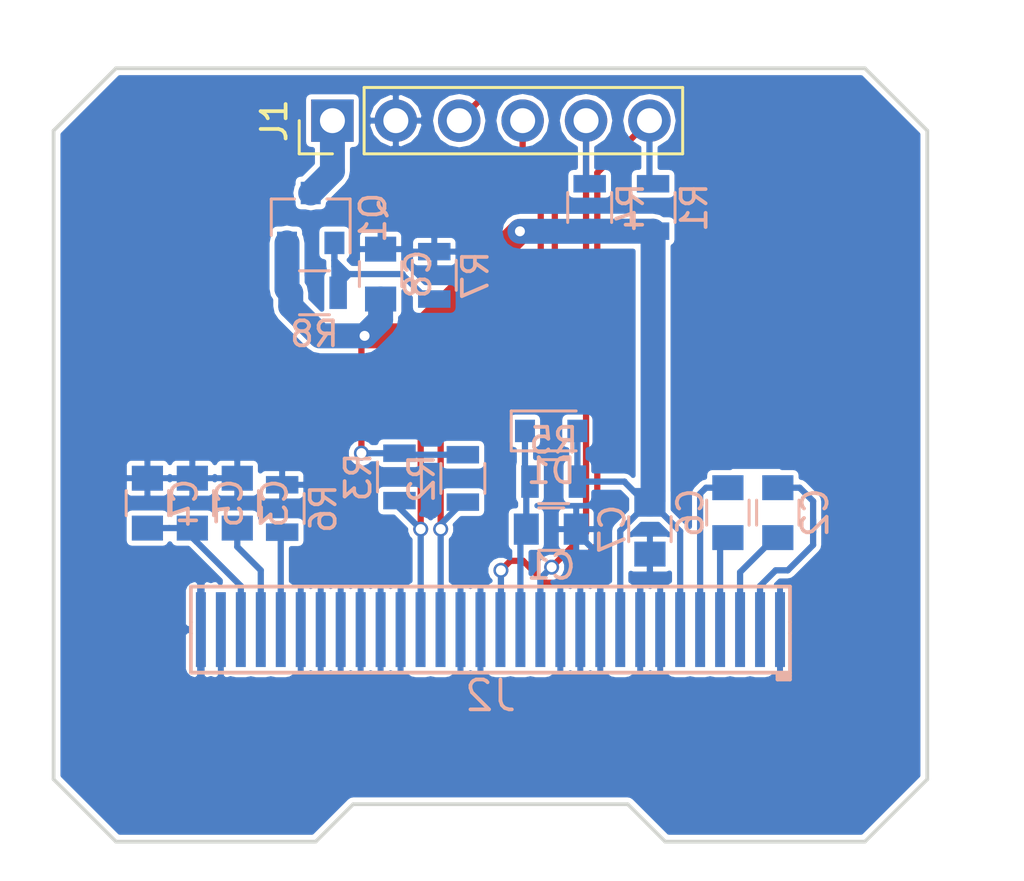
<source format=kicad_pcb>
(kicad_pcb (version 4) (host pcbnew 4.0.6)

  (general
    (links 57)
    (no_connects 57)
    (area 32.424999 19.424999 67.575001 50.575001)
    (thickness 1.6)
    (drawings 12)
    (tracks 149)
    (zones 0)
    (modules 20)
    (nets 17)
  )

  (page A4)
  (layers
    (0 F.Cu signal)
    (31 B.Cu signal)
    (32 B.Adhes user)
    (33 F.Adhes user)
    (34 B.Paste user)
    (35 F.Paste user)
    (36 B.SilkS user)
    (37 F.SilkS user)
    (38 B.Mask user)
    (39 F.Mask user)
    (40 Dwgs.User user)
    (41 Cmts.User user)
    (42 Eco1.User user)
    (43 Eco2.User user)
    (44 Edge.Cuts user)
    (45 Margin user)
    (46 B.CrtYd user)
    (47 F.CrtYd user)
    (48 B.Fab user hide)
    (49 F.Fab user hide)
  )

  (setup
    (last_trace_width 0.25)
    (user_trace_width 0.5)
    (user_trace_width 0.8)
    (user_trace_width 1)
    (trace_clearance 0.2)
    (zone_clearance 0.2)
    (zone_45_only no)
    (trace_min 0.2)
    (segment_width 0.2)
    (edge_width 0.15)
    (via_size 0.6)
    (via_drill 0.4)
    (via_min_size 0.4)
    (via_min_drill 0.3)
    (uvia_size 0.3)
    (uvia_drill 0.1)
    (uvias_allowed no)
    (uvia_min_size 0.2)
    (uvia_min_drill 0.1)
    (pcb_text_width 0.3)
    (pcb_text_size 1.5 1.5)
    (mod_edge_width 0.15)
    (mod_text_size 1 1)
    (mod_text_width 0.15)
    (pad_size 0.4 3)
    (pad_drill 0)
    (pad_to_mask_clearance 0.2)
    (aux_axis_origin 0 0)
    (visible_elements FFFFFF7F)
    (pcbplotparams
      (layerselection 0x00030_80000001)
      (usegerberextensions false)
      (excludeedgelayer true)
      (linewidth 0.100000)
      (plotframeref false)
      (viasonmask false)
      (mode 1)
      (useauxorigin false)
      (hpglpennumber 1)
      (hpglpenspeed 20)
      (hpglpendiameter 15)
      (hpglpenoverlay 2)
      (psnegative false)
      (psa4output false)
      (plotreference true)
      (plotvalue true)
      (plotinvisibletext false)
      (padsonsilk false)
      (subtractmaskfromsilk false)
      (outputformat 1)
      (mirror false)
      (drillshape 1)
      (scaleselection 1)
      (outputdirectory ""))
  )

  (net 0 "")
  (net 1 RESET)
  (net 2 GND)
  (net 3 "Net-(C2-Pad1)")
  (net 4 "Net-(C2-Pad2)")
  (net 5 "Net-(C3-Pad1)")
  (net 6 "Net-(C4-Pad1)")
  (net 7 "Net-(C6-Pad1)")
  (net 8 "Net-(C6-Pad2)")
  (net 9 +3V3)
  (net 10 VCC)
  (net 11 CLK)
  (net 12 MOSI)
  (net 13 CS)
  (net 14 DC)
  (net 15 "Net-(Q1-Pad1)")
  (net 16 "Net-(J2-Pad26)")

  (net_class Default "This is the default net class."
    (clearance 0.2)
    (trace_width 0.25)
    (via_dia 0.6)
    (via_drill 0.4)
    (uvia_dia 0.3)
    (uvia_drill 0.1)
    (add_net +3V3)
    (add_net CLK)
    (add_net CS)
    (add_net DC)
    (add_net GND)
    (add_net MOSI)
    (add_net "Net-(C2-Pad1)")
    (add_net "Net-(C2-Pad2)")
    (add_net "Net-(C3-Pad1)")
    (add_net "Net-(C4-Pad1)")
    (add_net "Net-(C6-Pad1)")
    (add_net "Net-(C6-Pad2)")
    (add_net "Net-(J2-Pad26)")
    (add_net "Net-(Q1-Pad1)")
    (add_net RESET)
    (add_net VCC)
  )

  (module Pin_Headers:Pin_Header_Straight_1x06_Pitch2.54mm (layer F.Cu) (tedit 59650532) (tstamp 5995ECDA)
    (at 43.67 21.6 90)
    (descr "Through hole straight pin header, 1x06, 2.54mm pitch, single row")
    (tags "Through hole pin header THT 1x06 2.54mm single row")
    (path /5993459F)
    (fp_text reference J1 (at 0 -2.33 90) (layer F.SilkS)
      (effects (font (size 1 1) (thickness 0.15)))
    )
    (fp_text value OLED_HEADER (at 0 15.03 90) (layer F.Fab)
      (effects (font (size 1 1) (thickness 0.15)))
    )
    (fp_line (start -0.635 -1.27) (end 1.27 -1.27) (layer F.Fab) (width 0.1))
    (fp_line (start 1.27 -1.27) (end 1.27 13.97) (layer F.Fab) (width 0.1))
    (fp_line (start 1.27 13.97) (end -1.27 13.97) (layer F.Fab) (width 0.1))
    (fp_line (start -1.27 13.97) (end -1.27 -0.635) (layer F.Fab) (width 0.1))
    (fp_line (start -1.27 -0.635) (end -0.635 -1.27) (layer F.Fab) (width 0.1))
    (fp_line (start -1.33 14.03) (end 1.33 14.03) (layer F.SilkS) (width 0.12))
    (fp_line (start -1.33 1.27) (end -1.33 14.03) (layer F.SilkS) (width 0.12))
    (fp_line (start 1.33 1.27) (end 1.33 14.03) (layer F.SilkS) (width 0.12))
    (fp_line (start -1.33 1.27) (end 1.33 1.27) (layer F.SilkS) (width 0.12))
    (fp_line (start -1.33 0) (end -1.33 -1.33) (layer F.SilkS) (width 0.12))
    (fp_line (start -1.33 -1.33) (end 0 -1.33) (layer F.SilkS) (width 0.12))
    (fp_line (start -1.8 -1.8) (end -1.8 14.5) (layer F.CrtYd) (width 0.05))
    (fp_line (start -1.8 14.5) (end 1.8 14.5) (layer F.CrtYd) (width 0.05))
    (fp_line (start 1.8 14.5) (end 1.8 -1.8) (layer F.CrtYd) (width 0.05))
    (fp_line (start 1.8 -1.8) (end -1.8 -1.8) (layer F.CrtYd) (width 0.05))
    (fp_text user %R (at 0 6.35 180) (layer F.Fab)
      (effects (font (size 1 1) (thickness 0.15)))
    )
    (pad 1 thru_hole rect (at 0 0 90) (size 1.7 1.7) (drill 1) (layers *.Cu *.Mask)
      (net 10 VCC))
    (pad 2 thru_hole oval (at 0 2.54 90) (size 1.7 1.7) (drill 1) (layers *.Cu *.Mask)
      (net 2 GND))
    (pad 3 thru_hole oval (at 0 5.08 90) (size 1.7 1.7) (drill 1) (layers *.Cu *.Mask)
      (net 11 CLK))
    (pad 4 thru_hole oval (at 0 7.62 90) (size 1.7 1.7) (drill 1) (layers *.Cu *.Mask)
      (net 12 MOSI))
    (pad 5 thru_hole oval (at 0 10.16 90) (size 1.7 1.7) (drill 1) (layers *.Cu *.Mask)
      (net 13 CS))
    (pad 6 thru_hole oval (at 0 12.7 90) (size 1.7 1.7) (drill 1) (layers *.Cu *.Mask)
      (net 14 DC))
    (model ${KISYS3DMOD}/Pin_Headers.3dshapes/Pin_Header_Straight_1x06_Pitch2.54mm.wrl
      (at (xyz 0 -0.25 -0.05))
      (scale (xyz 1 1 1))
      (rotate (xyz 0 180 90))
    )
  )

  (module Capacitors_SMD:C_0805 (layer B.Cu) (tedit 58AA8463) (tstamp 5995ECA0)
    (at 52.435 37.973)
    (descr "Capacitor SMD 0805, reflow soldering, AVX (see smccp.pdf)")
    (tags "capacitor 0805")
    (path /59933ACF)
    (attr smd)
    (fp_text reference C1 (at 0 1.5) (layer B.SilkS)
      (effects (font (size 1 1) (thickness 0.15)) (justify mirror))
    )
    (fp_text value C_Small (at 0 -1.75) (layer B.Fab)
      (effects (font (size 1 1) (thickness 0.15)) (justify mirror))
    )
    (fp_text user %R (at 0 1.5) (layer B.Fab)
      (effects (font (size 1 1) (thickness 0.15)) (justify mirror))
    )
    (fp_line (start -1 -0.62) (end -1 0.62) (layer B.Fab) (width 0.1))
    (fp_line (start 1 -0.62) (end -1 -0.62) (layer B.Fab) (width 0.1))
    (fp_line (start 1 0.62) (end 1 -0.62) (layer B.Fab) (width 0.1))
    (fp_line (start -1 0.62) (end 1 0.62) (layer B.Fab) (width 0.1))
    (fp_line (start 0.5 0.85) (end -0.5 0.85) (layer B.SilkS) (width 0.12))
    (fp_line (start -0.5 -0.85) (end 0.5 -0.85) (layer B.SilkS) (width 0.12))
    (fp_line (start -1.75 0.88) (end 1.75 0.88) (layer B.CrtYd) (width 0.05))
    (fp_line (start -1.75 0.88) (end -1.75 -0.87) (layer B.CrtYd) (width 0.05))
    (fp_line (start 1.75 -0.87) (end 1.75 0.88) (layer B.CrtYd) (width 0.05))
    (fp_line (start 1.75 -0.87) (end -1.75 -0.87) (layer B.CrtYd) (width 0.05))
    (pad 1 smd rect (at -1 0) (size 1 1.25) (layers B.Cu B.Paste B.Mask)
      (net 1 RESET))
    (pad 2 smd rect (at 1 0) (size 1 1.25) (layers B.Cu B.Paste B.Mask)
      (net 2 GND))
    (model Capacitors_SMD.3dshapes/C_0805.wrl
      (at (xyz 0 0 0))
      (scale (xyz 1 1 1))
      (rotate (xyz 0 0 0))
    )
  )

  (module Capacitors_SMD:C_0805 (layer B.Cu) (tedit 58AA8463) (tstamp 5995ECA6)
    (at 61.512 37.312 90)
    (descr "Capacitor SMD 0805, reflow soldering, AVX (see smccp.pdf)")
    (tags "capacitor 0805")
    (path /599335F3)
    (attr smd)
    (fp_text reference C2 (at 0 1.5 90) (layer B.SilkS)
      (effects (font (size 1 1) (thickness 0.15)) (justify mirror))
    )
    (fp_text value C_Small (at 0 -1.75 90) (layer B.Fab)
      (effects (font (size 1 1) (thickness 0.15)) (justify mirror))
    )
    (fp_text user %R (at 0 1.5 90) (layer B.Fab)
      (effects (font (size 1 1) (thickness 0.15)) (justify mirror))
    )
    (fp_line (start -1 -0.62) (end -1 0.62) (layer B.Fab) (width 0.1))
    (fp_line (start 1 -0.62) (end -1 -0.62) (layer B.Fab) (width 0.1))
    (fp_line (start 1 0.62) (end 1 -0.62) (layer B.Fab) (width 0.1))
    (fp_line (start -1 0.62) (end 1 0.62) (layer B.Fab) (width 0.1))
    (fp_line (start 0.5 0.85) (end -0.5 0.85) (layer B.SilkS) (width 0.12))
    (fp_line (start -0.5 -0.85) (end 0.5 -0.85) (layer B.SilkS) (width 0.12))
    (fp_line (start -1.75 0.88) (end 1.75 0.88) (layer B.CrtYd) (width 0.05))
    (fp_line (start -1.75 0.88) (end -1.75 -0.87) (layer B.CrtYd) (width 0.05))
    (fp_line (start 1.75 -0.87) (end 1.75 0.88) (layer B.CrtYd) (width 0.05))
    (fp_line (start 1.75 -0.87) (end -1.75 -0.87) (layer B.CrtYd) (width 0.05))
    (pad 1 smd rect (at -1 0 90) (size 1 1.25) (layers B.Cu B.Paste B.Mask)
      (net 3 "Net-(C2-Pad1)"))
    (pad 2 smd rect (at 1 0 90) (size 1 1.25) (layers B.Cu B.Paste B.Mask)
      (net 4 "Net-(C2-Pad2)"))
    (model Capacitors_SMD.3dshapes/C_0805.wrl
      (at (xyz 0 0 0))
      (scale (xyz 1 1 1))
      (rotate (xyz 0 0 0))
    )
  )

  (module Capacitors_SMD:C_0805 (layer B.Cu) (tedit 58AA8463) (tstamp 5995ECAC)
    (at 39.858 36.931 90)
    (descr "Capacitor SMD 0805, reflow soldering, AVX (see smccp.pdf)")
    (tags "capacitor 0805")
    (path /59933190)
    (attr smd)
    (fp_text reference C3 (at 0 1.5 90) (layer B.SilkS)
      (effects (font (size 1 1) (thickness 0.15)) (justify mirror))
    )
    (fp_text value C_Small (at 0 -1.75 90) (layer B.Fab)
      (effects (font (size 1 1) (thickness 0.15)) (justify mirror))
    )
    (fp_text user %R (at 0 1.5 90) (layer B.Fab)
      (effects (font (size 1 1) (thickness 0.15)) (justify mirror))
    )
    (fp_line (start -1 -0.62) (end -1 0.62) (layer B.Fab) (width 0.1))
    (fp_line (start 1 -0.62) (end -1 -0.62) (layer B.Fab) (width 0.1))
    (fp_line (start 1 0.62) (end 1 -0.62) (layer B.Fab) (width 0.1))
    (fp_line (start -1 0.62) (end 1 0.62) (layer B.Fab) (width 0.1))
    (fp_line (start 0.5 0.85) (end -0.5 0.85) (layer B.SilkS) (width 0.12))
    (fp_line (start -0.5 -0.85) (end 0.5 -0.85) (layer B.SilkS) (width 0.12))
    (fp_line (start -1.75 0.88) (end 1.75 0.88) (layer B.CrtYd) (width 0.05))
    (fp_line (start -1.75 0.88) (end -1.75 -0.87) (layer B.CrtYd) (width 0.05))
    (fp_line (start 1.75 -0.87) (end 1.75 0.88) (layer B.CrtYd) (width 0.05))
    (fp_line (start 1.75 -0.87) (end -1.75 -0.87) (layer B.CrtYd) (width 0.05))
    (pad 1 smd rect (at -1 0 90) (size 1 1.25) (layers B.Cu B.Paste B.Mask)
      (net 5 "Net-(C3-Pad1)"))
    (pad 2 smd rect (at 1 0 90) (size 1 1.25) (layers B.Cu B.Paste B.Mask)
      (net 2 GND))
    (model Capacitors_SMD.3dshapes/C_0805.wrl
      (at (xyz 0 0 0))
      (scale (xyz 1 1 1))
      (rotate (xyz 0 0 0))
    )
  )

  (module Capacitors_SMD:C_0805 (layer B.Cu) (tedit 58AA8463) (tstamp 5995ECB2)
    (at 36.258 36.931 90)
    (descr "Capacitor SMD 0805, reflow soldering, AVX (see smccp.pdf)")
    (tags "capacitor 0805")
    (path /599330C7)
    (attr smd)
    (fp_text reference C4 (at 0 1.5 90) (layer B.SilkS)
      (effects (font (size 1 1) (thickness 0.15)) (justify mirror))
    )
    (fp_text value C_Small (at 0 -1.75 90) (layer B.Fab)
      (effects (font (size 1 1) (thickness 0.15)) (justify mirror))
    )
    (fp_text user %R (at 0 1.5 90) (layer B.Fab)
      (effects (font (size 1 1) (thickness 0.15)) (justify mirror))
    )
    (fp_line (start -1 -0.62) (end -1 0.62) (layer B.Fab) (width 0.1))
    (fp_line (start 1 -0.62) (end -1 -0.62) (layer B.Fab) (width 0.1))
    (fp_line (start 1 0.62) (end 1 -0.62) (layer B.Fab) (width 0.1))
    (fp_line (start -1 0.62) (end 1 0.62) (layer B.Fab) (width 0.1))
    (fp_line (start 0.5 0.85) (end -0.5 0.85) (layer B.SilkS) (width 0.12))
    (fp_line (start -0.5 -0.85) (end 0.5 -0.85) (layer B.SilkS) (width 0.12))
    (fp_line (start -1.75 0.88) (end 1.75 0.88) (layer B.CrtYd) (width 0.05))
    (fp_line (start -1.75 0.88) (end -1.75 -0.87) (layer B.CrtYd) (width 0.05))
    (fp_line (start 1.75 -0.87) (end 1.75 0.88) (layer B.CrtYd) (width 0.05))
    (fp_line (start 1.75 -0.87) (end -1.75 -0.87) (layer B.CrtYd) (width 0.05))
    (pad 1 smd rect (at -1 0 90) (size 1 1.25) (layers B.Cu B.Paste B.Mask)
      (net 6 "Net-(C4-Pad1)"))
    (pad 2 smd rect (at 1 0 90) (size 1 1.25) (layers B.Cu B.Paste B.Mask)
      (net 2 GND))
    (model Capacitors_SMD.3dshapes/C_0805.wrl
      (at (xyz 0 0 0))
      (scale (xyz 1 1 1))
      (rotate (xyz 0 0 0))
    )
  )

  (module Capacitors_SMD:C_0805 (layer B.Cu) (tedit 58AA8463) (tstamp 5995ECB8)
    (at 38.058 36.931 90)
    (descr "Capacitor SMD 0805, reflow soldering, AVX (see smccp.pdf)")
    (tags "capacitor 0805")
    (path /5995F31A)
    (attr smd)
    (fp_text reference C5 (at 0 1.5 90) (layer B.SilkS)
      (effects (font (size 1 1) (thickness 0.15)) (justify mirror))
    )
    (fp_text value C_Small (at 0 -1.75 90) (layer B.Fab)
      (effects (font (size 1 1) (thickness 0.15)) (justify mirror))
    )
    (fp_text user %R (at 0 1.5 90) (layer B.Fab)
      (effects (font (size 1 1) (thickness 0.15)) (justify mirror))
    )
    (fp_line (start -1 -0.62) (end -1 0.62) (layer B.Fab) (width 0.1))
    (fp_line (start 1 -0.62) (end -1 -0.62) (layer B.Fab) (width 0.1))
    (fp_line (start 1 0.62) (end 1 -0.62) (layer B.Fab) (width 0.1))
    (fp_line (start -1 0.62) (end 1 0.62) (layer B.Fab) (width 0.1))
    (fp_line (start 0.5 0.85) (end -0.5 0.85) (layer B.SilkS) (width 0.12))
    (fp_line (start -0.5 -0.85) (end 0.5 -0.85) (layer B.SilkS) (width 0.12))
    (fp_line (start -1.75 0.88) (end 1.75 0.88) (layer B.CrtYd) (width 0.05))
    (fp_line (start -1.75 0.88) (end -1.75 -0.87) (layer B.CrtYd) (width 0.05))
    (fp_line (start 1.75 -0.87) (end 1.75 0.88) (layer B.CrtYd) (width 0.05))
    (fp_line (start 1.75 -0.87) (end -1.75 -0.87) (layer B.CrtYd) (width 0.05))
    (pad 1 smd rect (at -1 0 90) (size 1 1.25) (layers B.Cu B.Paste B.Mask)
      (net 6 "Net-(C4-Pad1)"))
    (pad 2 smd rect (at 1 0 90) (size 1 1.25) (layers B.Cu B.Paste B.Mask)
      (net 2 GND))
    (model Capacitors_SMD.3dshapes/C_0805.wrl
      (at (xyz 0 0 0))
      (scale (xyz 1 1 1))
      (rotate (xyz 0 0 0))
    )
  )

  (module Capacitors_SMD:C_0805 (layer B.Cu) (tedit 58AA8463) (tstamp 5995ECBE)
    (at 59.512 37.312 270)
    (descr "Capacitor SMD 0805, reflow soldering, AVX (see smccp.pdf)")
    (tags "capacitor 0805")
    (path /599336EE)
    (attr smd)
    (fp_text reference C6 (at 0 1.5 270) (layer B.SilkS)
      (effects (font (size 1 1) (thickness 0.15)) (justify mirror))
    )
    (fp_text value C_Small (at 0 -1.75 270) (layer B.Fab)
      (effects (font (size 1 1) (thickness 0.15)) (justify mirror))
    )
    (fp_text user %R (at 0 1.5 270) (layer B.Fab)
      (effects (font (size 1 1) (thickness 0.15)) (justify mirror))
    )
    (fp_line (start -1 -0.62) (end -1 0.62) (layer B.Fab) (width 0.1))
    (fp_line (start 1 -0.62) (end -1 -0.62) (layer B.Fab) (width 0.1))
    (fp_line (start 1 0.62) (end 1 -0.62) (layer B.Fab) (width 0.1))
    (fp_line (start -1 0.62) (end 1 0.62) (layer B.Fab) (width 0.1))
    (fp_line (start 0.5 0.85) (end -0.5 0.85) (layer B.SilkS) (width 0.12))
    (fp_line (start -0.5 -0.85) (end 0.5 -0.85) (layer B.SilkS) (width 0.12))
    (fp_line (start -1.75 0.88) (end 1.75 0.88) (layer B.CrtYd) (width 0.05))
    (fp_line (start -1.75 0.88) (end -1.75 -0.87) (layer B.CrtYd) (width 0.05))
    (fp_line (start 1.75 -0.87) (end 1.75 0.88) (layer B.CrtYd) (width 0.05))
    (fp_line (start 1.75 -0.87) (end -1.75 -0.87) (layer B.CrtYd) (width 0.05))
    (pad 1 smd rect (at -1 0 270) (size 1 1.25) (layers B.Cu B.Paste B.Mask)
      (net 7 "Net-(C6-Pad1)"))
    (pad 2 smd rect (at 1 0 270) (size 1 1.25) (layers B.Cu B.Paste B.Mask)
      (net 8 "Net-(C6-Pad2)"))
    (model Capacitors_SMD.3dshapes/C_0805.wrl
      (at (xyz 0 0 0))
      (scale (xyz 1 1 1))
      (rotate (xyz 0 0 0))
    )
  )

  (module Capacitors_SMD:C_0805 (layer B.Cu) (tedit 58AA8463) (tstamp 5995ECC4)
    (at 56.388 37.973 270)
    (descr "Capacitor SMD 0805, reflow soldering, AVX (see smccp.pdf)")
    (tags "capacitor 0805")
    (path /59960C78)
    (attr smd)
    (fp_text reference C7 (at 0 1.5 270) (layer B.SilkS)
      (effects (font (size 1 1) (thickness 0.15)) (justify mirror))
    )
    (fp_text value C_Small (at 0 -1.75 270) (layer B.Fab)
      (effects (font (size 1 1) (thickness 0.15)) (justify mirror))
    )
    (fp_text user %R (at 0 1.5 270) (layer B.Fab)
      (effects (font (size 1 1) (thickness 0.15)) (justify mirror))
    )
    (fp_line (start -1 -0.62) (end -1 0.62) (layer B.Fab) (width 0.1))
    (fp_line (start 1 -0.62) (end -1 -0.62) (layer B.Fab) (width 0.1))
    (fp_line (start 1 0.62) (end 1 -0.62) (layer B.Fab) (width 0.1))
    (fp_line (start -1 0.62) (end 1 0.62) (layer B.Fab) (width 0.1))
    (fp_line (start 0.5 0.85) (end -0.5 0.85) (layer B.SilkS) (width 0.12))
    (fp_line (start -0.5 -0.85) (end 0.5 -0.85) (layer B.SilkS) (width 0.12))
    (fp_line (start -1.75 0.88) (end 1.75 0.88) (layer B.CrtYd) (width 0.05))
    (fp_line (start -1.75 0.88) (end -1.75 -0.87) (layer B.CrtYd) (width 0.05))
    (fp_line (start 1.75 -0.87) (end 1.75 0.88) (layer B.CrtYd) (width 0.05))
    (fp_line (start 1.75 -0.87) (end -1.75 -0.87) (layer B.CrtYd) (width 0.05))
    (pad 1 smd rect (at -1 0 270) (size 1 1.25) (layers B.Cu B.Paste B.Mask)
      (net 9 +3V3))
    (pad 2 smd rect (at 1 0 270) (size 1 1.25) (layers B.Cu B.Paste B.Mask)
      (net 2 GND))
    (model Capacitors_SMD.3dshapes/C_0805.wrl
      (at (xyz 0 0 0))
      (scale (xyz 1 1 1))
      (rotate (xyz 0 0 0))
    )
  )

  (module Capacitors_SMD:C_0805 (layer B.Cu) (tedit 58AA8463) (tstamp 5995ECCA)
    (at 45.6 27.75 90)
    (descr "Capacitor SMD 0805, reflow soldering, AVX (see smccp.pdf)")
    (tags "capacitor 0805")
    (path /599615DC)
    (attr smd)
    (fp_text reference C8 (at 0 1.5 90) (layer B.SilkS)
      (effects (font (size 1 1) (thickness 0.15)) (justify mirror))
    )
    (fp_text value C_Small (at 0 -1.75 90) (layer B.Fab)
      (effects (font (size 1 1) (thickness 0.15)) (justify mirror))
    )
    (fp_text user %R (at 0 1.5 90) (layer B.Fab)
      (effects (font (size 1 1) (thickness 0.15)) (justify mirror))
    )
    (fp_line (start -1 -0.62) (end -1 0.62) (layer B.Fab) (width 0.1))
    (fp_line (start 1 -0.62) (end -1 -0.62) (layer B.Fab) (width 0.1))
    (fp_line (start 1 0.62) (end 1 -0.62) (layer B.Fab) (width 0.1))
    (fp_line (start -1 0.62) (end 1 0.62) (layer B.Fab) (width 0.1))
    (fp_line (start 0.5 0.85) (end -0.5 0.85) (layer B.SilkS) (width 0.12))
    (fp_line (start -0.5 -0.85) (end 0.5 -0.85) (layer B.SilkS) (width 0.12))
    (fp_line (start -1.75 0.88) (end 1.75 0.88) (layer B.CrtYd) (width 0.05))
    (fp_line (start -1.75 0.88) (end -1.75 -0.87) (layer B.CrtYd) (width 0.05))
    (fp_line (start 1.75 -0.87) (end 1.75 0.88) (layer B.CrtYd) (width 0.05))
    (fp_line (start 1.75 -0.87) (end -1.75 -0.87) (layer B.CrtYd) (width 0.05))
    (pad 1 smd rect (at -1 0 90) (size 1 1.25) (layers B.Cu B.Paste B.Mask)
      (net 9 +3V3))
    (pad 2 smd rect (at 1 0 90) (size 1 1.25) (layers B.Cu B.Paste B.Mask)
      (net 2 GND))
    (model Capacitors_SMD.3dshapes/C_0805.wrl
      (at (xyz 0 0 0))
      (scale (xyz 1 1 1))
      (rotate (xyz 0 0 0))
    )
  )

  (module Diodes_SMD:D_0805 (layer B.Cu) (tedit 590CE9A4) (tstamp 5995ECD0)
    (at 52.433 34.036)
    (descr "Diode SMD in 0805 package http://datasheets.avx.com/schottky.pdf")
    (tags "smd diode")
    (path /59933C94)
    (attr smd)
    (fp_text reference D1 (at 0 1.6) (layer B.SilkS)
      (effects (font (size 1 1) (thickness 0.15)) (justify mirror))
    )
    (fp_text value D_Small (at 0 -1.7) (layer B.Fab)
      (effects (font (size 1 1) (thickness 0.15)) (justify mirror))
    )
    (fp_text user %R (at 0 1.6) (layer B.Fab)
      (effects (font (size 1 1) (thickness 0.15)) (justify mirror))
    )
    (fp_line (start -1.6 0.8) (end -1.6 -0.8) (layer B.SilkS) (width 0.12))
    (fp_line (start -1.7 -0.88) (end -1.7 0.88) (layer B.CrtYd) (width 0.05))
    (fp_line (start 1.7 -0.88) (end -1.7 -0.88) (layer B.CrtYd) (width 0.05))
    (fp_line (start 1.7 0.88) (end 1.7 -0.88) (layer B.CrtYd) (width 0.05))
    (fp_line (start -1.7 0.88) (end 1.7 0.88) (layer B.CrtYd) (width 0.05))
    (fp_line (start 0.2 0) (end 0.4 0) (layer B.Fab) (width 0.1))
    (fp_line (start -0.1 0) (end -0.3 0) (layer B.Fab) (width 0.1))
    (fp_line (start -0.1 0.2) (end -0.1 -0.2) (layer B.Fab) (width 0.1))
    (fp_line (start 0.2 -0.2) (end 0.2 0.2) (layer B.Fab) (width 0.1))
    (fp_line (start -0.1 0) (end 0.2 -0.2) (layer B.Fab) (width 0.1))
    (fp_line (start 0.2 0.2) (end -0.1 0) (layer B.Fab) (width 0.1))
    (fp_line (start -1 -0.65) (end -1 0.65) (layer B.Fab) (width 0.1))
    (fp_line (start 1 -0.65) (end -1 -0.65) (layer B.Fab) (width 0.1))
    (fp_line (start 1 0.65) (end 1 -0.65) (layer B.Fab) (width 0.1))
    (fp_line (start -1 0.65) (end 1 0.65) (layer B.Fab) (width 0.1))
    (fp_line (start -1.6 -0.8) (end 1 -0.8) (layer B.SilkS) (width 0.12))
    (fp_line (start -1.6 0.8) (end 1 0.8) (layer B.SilkS) (width 0.12))
    (pad 1 smd rect (at -1.05 0) (size 0.8 0.9) (layers B.Cu B.Paste B.Mask)
      (net 1 RESET))
    (pad 2 smd rect (at 1.05 0) (size 0.8 0.9) (layers B.Cu B.Paste B.Mask)
      (net 9 +3V3))
    (model ${KISYS3DMOD}/Diodes_SMD.3dshapes/D_0805.wrl
      (at (xyz 0 0 0))
      (scale (xyz 1 1 1))
      (rotate (xyz 0 0 0))
    )
  )

  (module TO_SOT_Packages_SMD:SOT-23 (layer B.Cu) (tedit 58CE4E7E) (tstamp 5995ECE1)
    (at 42.8 25.5 90)
    (descr "SOT-23, Standard")
    (tags SOT-23)
    (path /5996119D)
    (attr smd)
    (fp_text reference Q1 (at 0 2.5 90) (layer B.SilkS)
      (effects (font (size 1 1) (thickness 0.15)) (justify mirror))
    )
    (fp_text value Q_PMOS_GSD (at 0 -2.5 90) (layer B.Fab)
      (effects (font (size 1 1) (thickness 0.15)) (justify mirror))
    )
    (fp_text user %R (at 0 0 360) (layer B.Fab)
      (effects (font (size 0.5 0.5) (thickness 0.075)) (justify mirror))
    )
    (fp_line (start -0.7 0.95) (end -0.7 -1.5) (layer B.Fab) (width 0.1))
    (fp_line (start -0.15 1.52) (end 0.7 1.52) (layer B.Fab) (width 0.1))
    (fp_line (start -0.7 0.95) (end -0.15 1.52) (layer B.Fab) (width 0.1))
    (fp_line (start 0.7 1.52) (end 0.7 -1.52) (layer B.Fab) (width 0.1))
    (fp_line (start -0.7 -1.52) (end 0.7 -1.52) (layer B.Fab) (width 0.1))
    (fp_line (start 0.76 -1.58) (end 0.76 -0.65) (layer B.SilkS) (width 0.12))
    (fp_line (start 0.76 1.58) (end 0.76 0.65) (layer B.SilkS) (width 0.12))
    (fp_line (start -1.7 1.75) (end 1.7 1.75) (layer B.CrtYd) (width 0.05))
    (fp_line (start 1.7 1.75) (end 1.7 -1.75) (layer B.CrtYd) (width 0.05))
    (fp_line (start 1.7 -1.75) (end -1.7 -1.75) (layer B.CrtYd) (width 0.05))
    (fp_line (start -1.7 -1.75) (end -1.7 1.75) (layer B.CrtYd) (width 0.05))
    (fp_line (start 0.76 1.58) (end -1.4 1.58) (layer B.SilkS) (width 0.12))
    (fp_line (start 0.76 -1.58) (end -0.7 -1.58) (layer B.SilkS) (width 0.12))
    (pad 1 smd rect (at -1 0.95 90) (size 0.9 0.8) (layers B.Cu B.Paste B.Mask)
      (net 15 "Net-(Q1-Pad1)"))
    (pad 2 smd rect (at -1 -0.95 90) (size 0.9 0.8) (layers B.Cu B.Paste B.Mask)
      (net 9 +3V3))
    (pad 3 smd rect (at 1 0 90) (size 0.9 0.8) (layers B.Cu B.Paste B.Mask)
      (net 10 VCC))
    (model ${KISYS3DMOD}/TO_SOT_Packages_SMD.3dshapes/SOT-23.wrl
      (at (xyz 0 0 0))
      (scale (xyz 1 1 1))
      (rotate (xyz 0 0 90))
    )
  )

  (module Resistors_SMD:R_0805 (layer B.Cu) (tedit 58E0A804) (tstamp 5995ECE7)
    (at 56.515 25.08 90)
    (descr "Resistor SMD 0805, reflow soldering, Vishay (see dcrcw.pdf)")
    (tags "resistor 0805")
    (path /5993441A)
    (attr smd)
    (fp_text reference R1 (at 0 1.65 90) (layer B.SilkS)
      (effects (font (size 1 1) (thickness 0.15)) (justify mirror))
    )
    (fp_text value R_Small (at 0 -1.75 90) (layer B.Fab)
      (effects (font (size 1 1) (thickness 0.15)) (justify mirror))
    )
    (fp_text user %R (at 0 0 90) (layer B.Fab)
      (effects (font (size 0.5 0.5) (thickness 0.075)) (justify mirror))
    )
    (fp_line (start -1 -0.62) (end -1 0.62) (layer B.Fab) (width 0.1))
    (fp_line (start 1 -0.62) (end -1 -0.62) (layer B.Fab) (width 0.1))
    (fp_line (start 1 0.62) (end 1 -0.62) (layer B.Fab) (width 0.1))
    (fp_line (start -1 0.62) (end 1 0.62) (layer B.Fab) (width 0.1))
    (fp_line (start 0.6 -0.88) (end -0.6 -0.88) (layer B.SilkS) (width 0.12))
    (fp_line (start -0.6 0.88) (end 0.6 0.88) (layer B.SilkS) (width 0.12))
    (fp_line (start -1.55 0.9) (end 1.55 0.9) (layer B.CrtYd) (width 0.05))
    (fp_line (start -1.55 0.9) (end -1.55 -0.9) (layer B.CrtYd) (width 0.05))
    (fp_line (start 1.55 -0.9) (end 1.55 0.9) (layer B.CrtYd) (width 0.05))
    (fp_line (start 1.55 -0.9) (end -1.55 -0.9) (layer B.CrtYd) (width 0.05))
    (pad 1 smd rect (at -0.95 0 90) (size 0.7 1.3) (layers B.Cu B.Paste B.Mask)
      (net 9 +3V3))
    (pad 2 smd rect (at 0.95 0 90) (size 0.7 1.3) (layers B.Cu B.Paste B.Mask)
      (net 14 DC))
    (model ${KISYS3DMOD}/Resistors_SMD.3dshapes/R_0805.wrl
      (at (xyz 0 0 0))
      (scale (xyz 1 1 1))
      (rotate (xyz 0 0 0))
    )
  )

  (module Resistors_SMD:R_0805 (layer B.Cu) (tedit 58E0A804) (tstamp 5995ECED)
    (at 48.895 35.941 270)
    (descr "Resistor SMD 0805, reflow soldering, Vishay (see dcrcw.pdf)")
    (tags "resistor 0805")
    (path /59934398)
    (attr smd)
    (fp_text reference R2 (at 0 1.65 270) (layer B.SilkS)
      (effects (font (size 1 1) (thickness 0.15)) (justify mirror))
    )
    (fp_text value R_Small (at 0 -1.75 270) (layer B.Fab)
      (effects (font (size 1 1) (thickness 0.15)) (justify mirror))
    )
    (fp_text user %R (at 0 0 270) (layer B.Fab)
      (effects (font (size 0.5 0.5) (thickness 0.075)) (justify mirror))
    )
    (fp_line (start -1 -0.62) (end -1 0.62) (layer B.Fab) (width 0.1))
    (fp_line (start 1 -0.62) (end -1 -0.62) (layer B.Fab) (width 0.1))
    (fp_line (start 1 0.62) (end 1 -0.62) (layer B.Fab) (width 0.1))
    (fp_line (start -1 0.62) (end 1 0.62) (layer B.Fab) (width 0.1))
    (fp_line (start 0.6 -0.88) (end -0.6 -0.88) (layer B.SilkS) (width 0.12))
    (fp_line (start -0.6 0.88) (end 0.6 0.88) (layer B.SilkS) (width 0.12))
    (fp_line (start -1.55 0.9) (end 1.55 0.9) (layer B.CrtYd) (width 0.05))
    (fp_line (start -1.55 0.9) (end -1.55 -0.9) (layer B.CrtYd) (width 0.05))
    (fp_line (start 1.55 -0.9) (end 1.55 0.9) (layer B.CrtYd) (width 0.05))
    (fp_line (start 1.55 -0.9) (end -1.55 -0.9) (layer B.CrtYd) (width 0.05))
    (pad 1 smd rect (at -0.95 0 270) (size 0.7 1.3) (layers B.Cu B.Paste B.Mask)
      (net 9 +3V3))
    (pad 2 smd rect (at 0.95 0 270) (size 0.7 1.3) (layers B.Cu B.Paste B.Mask)
      (net 11 CLK))
    (model ${KISYS3DMOD}/Resistors_SMD.3dshapes/R_0805.wrl
      (at (xyz 0 0 0))
      (scale (xyz 1 1 1))
      (rotate (xyz 0 0 0))
    )
  )

  (module Resistors_SMD:R_0805 (layer B.Cu) (tedit 58E0A804) (tstamp 5995ECF3)
    (at 46.355 35.88 270)
    (descr "Resistor SMD 0805, reflow soldering, Vishay (see dcrcw.pdf)")
    (tags "resistor 0805")
    (path /5993433C)
    (attr smd)
    (fp_text reference R3 (at 0 1.65 270) (layer B.SilkS)
      (effects (font (size 1 1) (thickness 0.15)) (justify mirror))
    )
    (fp_text value R_Small (at 0 -1.75 270) (layer B.Fab)
      (effects (font (size 1 1) (thickness 0.15)) (justify mirror))
    )
    (fp_text user %R (at 0 0 270) (layer B.Fab)
      (effects (font (size 0.5 0.5) (thickness 0.075)) (justify mirror))
    )
    (fp_line (start -1 -0.62) (end -1 0.62) (layer B.Fab) (width 0.1))
    (fp_line (start 1 -0.62) (end -1 -0.62) (layer B.Fab) (width 0.1))
    (fp_line (start 1 0.62) (end 1 -0.62) (layer B.Fab) (width 0.1))
    (fp_line (start -1 0.62) (end 1 0.62) (layer B.Fab) (width 0.1))
    (fp_line (start 0.6 -0.88) (end -0.6 -0.88) (layer B.SilkS) (width 0.12))
    (fp_line (start -0.6 0.88) (end 0.6 0.88) (layer B.SilkS) (width 0.12))
    (fp_line (start -1.55 0.9) (end 1.55 0.9) (layer B.CrtYd) (width 0.05))
    (fp_line (start -1.55 0.9) (end -1.55 -0.9) (layer B.CrtYd) (width 0.05))
    (fp_line (start 1.55 -0.9) (end 1.55 0.9) (layer B.CrtYd) (width 0.05))
    (fp_line (start 1.55 -0.9) (end -1.55 -0.9) (layer B.CrtYd) (width 0.05))
    (pad 1 smd rect (at -0.95 0 270) (size 0.7 1.3) (layers B.Cu B.Paste B.Mask)
      (net 9 +3V3))
    (pad 2 smd rect (at 0.95 0 270) (size 0.7 1.3) (layers B.Cu B.Paste B.Mask)
      (net 12 MOSI))
    (model ${KISYS3DMOD}/Resistors_SMD.3dshapes/R_0805.wrl
      (at (xyz 0 0 0))
      (scale (xyz 1 1 1))
      (rotate (xyz 0 0 0))
    )
  )

  (module Resistors_SMD:R_0805 (layer B.Cu) (tedit 58E0A804) (tstamp 5995ECF9)
    (at 53.975 25.08 90)
    (descr "Resistor SMD 0805, reflow soldering, Vishay (see dcrcw.pdf)")
    (tags "resistor 0805")
    (path /59934233)
    (attr smd)
    (fp_text reference R4 (at 0 1.65 90) (layer B.SilkS)
      (effects (font (size 1 1) (thickness 0.15)) (justify mirror))
    )
    (fp_text value R_Small (at 0 -1.75 90) (layer B.Fab)
      (effects (font (size 1 1) (thickness 0.15)) (justify mirror))
    )
    (fp_text user %R (at 0 0 90) (layer B.Fab)
      (effects (font (size 0.5 0.5) (thickness 0.075)) (justify mirror))
    )
    (fp_line (start -1 -0.62) (end -1 0.62) (layer B.Fab) (width 0.1))
    (fp_line (start 1 -0.62) (end -1 -0.62) (layer B.Fab) (width 0.1))
    (fp_line (start 1 0.62) (end 1 -0.62) (layer B.Fab) (width 0.1))
    (fp_line (start -1 0.62) (end 1 0.62) (layer B.Fab) (width 0.1))
    (fp_line (start 0.6 -0.88) (end -0.6 -0.88) (layer B.SilkS) (width 0.12))
    (fp_line (start -0.6 0.88) (end 0.6 0.88) (layer B.SilkS) (width 0.12))
    (fp_line (start -1.55 0.9) (end 1.55 0.9) (layer B.CrtYd) (width 0.05))
    (fp_line (start -1.55 0.9) (end -1.55 -0.9) (layer B.CrtYd) (width 0.05))
    (fp_line (start 1.55 -0.9) (end 1.55 0.9) (layer B.CrtYd) (width 0.05))
    (fp_line (start 1.55 -0.9) (end -1.55 -0.9) (layer B.CrtYd) (width 0.05))
    (pad 1 smd rect (at -0.95 0 90) (size 0.7 1.3) (layers B.Cu B.Paste B.Mask)
      (net 9 +3V3))
    (pad 2 smd rect (at 0.95 0 90) (size 0.7 1.3) (layers B.Cu B.Paste B.Mask)
      (net 13 CS))
    (model ${KISYS3DMOD}/Resistors_SMD.3dshapes/R_0805.wrl
      (at (xyz 0 0 0))
      (scale (xyz 1 1 1))
      (rotate (xyz 0 0 0))
    )
  )

  (module Resistors_SMD:R_0805 (layer B.Cu) (tedit 58E0A804) (tstamp 5995ECFF)
    (at 52.533 36.068 180)
    (descr "Resistor SMD 0805, reflow soldering, Vishay (see dcrcw.pdf)")
    (tags "resistor 0805")
    (path /59933B00)
    (attr smd)
    (fp_text reference R5 (at 0 1.65 180) (layer B.SilkS)
      (effects (font (size 1 1) (thickness 0.15)) (justify mirror))
    )
    (fp_text value R_Small (at 0 -1.75 180) (layer B.Fab)
      (effects (font (size 1 1) (thickness 0.15)) (justify mirror))
    )
    (fp_text user %R (at 0 0 180) (layer B.Fab)
      (effects (font (size 0.5 0.5) (thickness 0.075)) (justify mirror))
    )
    (fp_line (start -1 -0.62) (end -1 0.62) (layer B.Fab) (width 0.1))
    (fp_line (start 1 -0.62) (end -1 -0.62) (layer B.Fab) (width 0.1))
    (fp_line (start 1 0.62) (end 1 -0.62) (layer B.Fab) (width 0.1))
    (fp_line (start -1 0.62) (end 1 0.62) (layer B.Fab) (width 0.1))
    (fp_line (start 0.6 -0.88) (end -0.6 -0.88) (layer B.SilkS) (width 0.12))
    (fp_line (start -0.6 0.88) (end 0.6 0.88) (layer B.SilkS) (width 0.12))
    (fp_line (start -1.55 0.9) (end 1.55 0.9) (layer B.CrtYd) (width 0.05))
    (fp_line (start -1.55 0.9) (end -1.55 -0.9) (layer B.CrtYd) (width 0.05))
    (fp_line (start 1.55 -0.9) (end 1.55 0.9) (layer B.CrtYd) (width 0.05))
    (fp_line (start 1.55 -0.9) (end -1.55 -0.9) (layer B.CrtYd) (width 0.05))
    (pad 1 smd rect (at -0.95 0 180) (size 0.7 1.3) (layers B.Cu B.Paste B.Mask)
      (net 9 +3V3))
    (pad 2 smd rect (at 0.95 0 180) (size 0.7 1.3) (layers B.Cu B.Paste B.Mask)
      (net 1 RESET))
    (model ${KISYS3DMOD}/Resistors_SMD.3dshapes/R_0805.wrl
      (at (xyz 0 0 0))
      (scale (xyz 1 1 1))
      (rotate (xyz 0 0 0))
    )
  )

  (module Resistors_SMD:R_0805 (layer B.Cu) (tedit 58E0A804) (tstamp 5995ED05)
    (at 41.656 37.145 90)
    (descr "Resistor SMD 0805, reflow soldering, Vishay (see dcrcw.pdf)")
    (tags "resistor 0805")
    (path /599333B4)
    (attr smd)
    (fp_text reference R6 (at 0 1.65 90) (layer B.SilkS)
      (effects (font (size 1 1) (thickness 0.15)) (justify mirror))
    )
    (fp_text value R_Small (at 0 -1.75 90) (layer B.Fab)
      (effects (font (size 1 1) (thickness 0.15)) (justify mirror))
    )
    (fp_text user %R (at 0 0 90) (layer B.Fab)
      (effects (font (size 0.5 0.5) (thickness 0.075)) (justify mirror))
    )
    (fp_line (start -1 -0.62) (end -1 0.62) (layer B.Fab) (width 0.1))
    (fp_line (start 1 -0.62) (end -1 -0.62) (layer B.Fab) (width 0.1))
    (fp_line (start 1 0.62) (end 1 -0.62) (layer B.Fab) (width 0.1))
    (fp_line (start -1 0.62) (end 1 0.62) (layer B.Fab) (width 0.1))
    (fp_line (start 0.6 -0.88) (end -0.6 -0.88) (layer B.SilkS) (width 0.12))
    (fp_line (start -0.6 0.88) (end 0.6 0.88) (layer B.SilkS) (width 0.12))
    (fp_line (start -1.55 0.9) (end 1.55 0.9) (layer B.CrtYd) (width 0.05))
    (fp_line (start -1.55 0.9) (end -1.55 -0.9) (layer B.CrtYd) (width 0.05))
    (fp_line (start 1.55 -0.9) (end 1.55 0.9) (layer B.CrtYd) (width 0.05))
    (fp_line (start 1.55 -0.9) (end -1.55 -0.9) (layer B.CrtYd) (width 0.05))
    (pad 1 smd rect (at -0.95 0 90) (size 0.7 1.3) (layers B.Cu B.Paste B.Mask)
      (net 16 "Net-(J2-Pad26)"))
    (pad 2 smd rect (at 0.95 0 90) (size 0.7 1.3) (layers B.Cu B.Paste B.Mask)
      (net 2 GND))
    (model ${KISYS3DMOD}/Resistors_SMD.3dshapes/R_0805.wrl
      (at (xyz 0 0 0))
      (scale (xyz 1 1 1))
      (rotate (xyz 0 0 0))
    )
  )

  (module Resistors_SMD:R_0805 (layer B.Cu) (tedit 58E0A804) (tstamp 5995ED0B)
    (at 47.75 27.8 90)
    (descr "Resistor SMD 0805, reflow soldering, Vishay (see dcrcw.pdf)")
    (tags "resistor 0805")
    (path /59961A00)
    (attr smd)
    (fp_text reference R7 (at 0 1.65 90) (layer B.SilkS)
      (effects (font (size 1 1) (thickness 0.15)) (justify mirror))
    )
    (fp_text value R_Small (at 0 -1.75 90) (layer B.Fab)
      (effects (font (size 1 1) (thickness 0.15)) (justify mirror))
    )
    (fp_text user %R (at 0 0 90) (layer B.Fab)
      (effects (font (size 0.5 0.5) (thickness 0.075)) (justify mirror))
    )
    (fp_line (start -1 -0.62) (end -1 0.62) (layer B.Fab) (width 0.1))
    (fp_line (start 1 -0.62) (end -1 -0.62) (layer B.Fab) (width 0.1))
    (fp_line (start 1 0.62) (end 1 -0.62) (layer B.Fab) (width 0.1))
    (fp_line (start -1 0.62) (end 1 0.62) (layer B.Fab) (width 0.1))
    (fp_line (start 0.6 -0.88) (end -0.6 -0.88) (layer B.SilkS) (width 0.12))
    (fp_line (start -0.6 0.88) (end 0.6 0.88) (layer B.SilkS) (width 0.12))
    (fp_line (start -1.55 0.9) (end 1.55 0.9) (layer B.CrtYd) (width 0.05))
    (fp_line (start -1.55 0.9) (end -1.55 -0.9) (layer B.CrtYd) (width 0.05))
    (fp_line (start 1.55 -0.9) (end 1.55 0.9) (layer B.CrtYd) (width 0.05))
    (fp_line (start 1.55 -0.9) (end -1.55 -0.9) (layer B.CrtYd) (width 0.05))
    (pad 1 smd rect (at -0.95 0 90) (size 0.7 1.3) (layers B.Cu B.Paste B.Mask)
      (net 15 "Net-(Q1-Pad1)"))
    (pad 2 smd rect (at 0.95 0 90) (size 0.7 1.3) (layers B.Cu B.Paste B.Mask)
      (net 2 GND))
    (model ${KISYS3DMOD}/Resistors_SMD.3dshapes/R_0805.wrl
      (at (xyz 0 0 0))
      (scale (xyz 1 1 1))
      (rotate (xyz 0 0 0))
    )
  )

  (module Resistors_SMD:R_0805 (layer B.Cu) (tedit 58E0A804) (tstamp 5995ED11)
    (at 42.95 28.5)
    (descr "Resistor SMD 0805, reflow soldering, Vishay (see dcrcw.pdf)")
    (tags "resistor 0805")
    (path /5996196E)
    (attr smd)
    (fp_text reference R8 (at 0 1.65) (layer B.SilkS)
      (effects (font (size 1 1) (thickness 0.15)) (justify mirror))
    )
    (fp_text value R_Small (at 0 -1.75) (layer B.Fab)
      (effects (font (size 1 1) (thickness 0.15)) (justify mirror))
    )
    (fp_text user %R (at 0 0) (layer B.Fab)
      (effects (font (size 0.5 0.5) (thickness 0.075)) (justify mirror))
    )
    (fp_line (start -1 -0.62) (end -1 0.62) (layer B.Fab) (width 0.1))
    (fp_line (start 1 -0.62) (end -1 -0.62) (layer B.Fab) (width 0.1))
    (fp_line (start 1 0.62) (end 1 -0.62) (layer B.Fab) (width 0.1))
    (fp_line (start -1 0.62) (end 1 0.62) (layer B.Fab) (width 0.1))
    (fp_line (start 0.6 -0.88) (end -0.6 -0.88) (layer B.SilkS) (width 0.12))
    (fp_line (start -0.6 0.88) (end 0.6 0.88) (layer B.SilkS) (width 0.12))
    (fp_line (start -1.55 0.9) (end 1.55 0.9) (layer B.CrtYd) (width 0.05))
    (fp_line (start -1.55 0.9) (end -1.55 -0.9) (layer B.CrtYd) (width 0.05))
    (fp_line (start 1.55 -0.9) (end 1.55 0.9) (layer B.CrtYd) (width 0.05))
    (fp_line (start 1.55 -0.9) (end -1.55 -0.9) (layer B.CrtYd) (width 0.05))
    (pad 1 smd rect (at -0.95 0) (size 0.7 1.3) (layers B.Cu B.Paste B.Mask)
      (net 9 +3V3))
    (pad 2 smd rect (at 0.95 0) (size 0.7 1.3) (layers B.Cu B.Paste B.Mask)
      (net 15 "Net-(Q1-Pad1)"))
    (model ${KISYS3DMOD}/Resistors_SMD.3dshapes/R_0805.wrl
      (at (xyz 0 0 0))
      (scale (xyz 1 1 1))
      (rotate (xyz 0 0 0))
    )
  )

  (module libs:FPC_30 (layer B.Cu) (tedit 5995F8ED) (tstamp 5995F3C3)
    (at 50 42 180)
    (path /59933012)
    (clearance 0.4)
    (zone_connect 1)
    (fp_text reference J2 (at 0 -2.65 180) (layer B.SilkS)
      (effects (font (size 1.2 1.2) (thickness 0.15)) (justify mirror))
    )
    (fp_text value OLED_PANEL (at 0 -4 180) (layer B.Fab)
      (effects (font (size 1.2 1.2) (thickness 0.15)) (justify mirror))
    )
    (fp_line (start -12 -1.85) (end -11.5 -1.85) (layer B.SilkS) (width 0.15))
    (fp_line (start -11.5 -2) (end -11.5 -1.75) (layer B.SilkS) (width 0.15))
    (fp_line (start -12 -2) (end -11.5 -2) (layer B.SilkS) (width 0.15))
    (fp_line (start -12 -1.75) (end -12 -2) (layer B.SilkS) (width 0.15))
    (fp_line (start -12 1.725) (end 12 1.725) (layer B.SilkS) (width 0.15))
    (fp_line (start -12 -1.725) (end 12 -1.725) (layer B.SilkS) (width 0.15))
    (fp_line (start -12 -1.725) (end -12 -0.15) (layer B.SilkS) (width 0.15))
    (fp_line (start 12 -1.725) (end 12 -0.15) (layer B.SilkS) (width 0.15))
    (fp_line (start -12 -0.15) (end -12 0.3) (layer B.SilkS) (width 0.15))
    (fp_line (start 12 -0.15) (end 12 0.3) (layer B.SilkS) (width 0.15))
    (fp_line (start -12 0.3) (end -12 1.725) (layer B.SilkS) (width 0.15))
    (fp_line (start 12 0.3) (end 12 1.725) (layer B.SilkS) (width 0.15))
    (pad 1 smd rect (at -11.6 0 180) (size 0.4 3) (layers B.Cu B.Paste B.Mask)
      (net 2 GND) (zone_connect 1))
    (pad 2 smd rect (at -10.8 0 180) (size 0.4 3) (layers B.Cu B.Paste B.Mask)
      (net 4 "Net-(C2-Pad2)") (zone_connect 1))
    (pad 3 smd rect (at -10 0 180) (size 0.4 3) (layers B.Cu B.Paste B.Mask)
      (net 3 "Net-(C2-Pad1)") (zone_connect 1))
    (pad 4 smd rect (at -9.2 0 180) (size 0.4 3) (layers B.Cu B.Paste B.Mask)
      (net 8 "Net-(C6-Pad2)") (zone_connect 1))
    (pad 5 smd rect (at -8.4 0 180) (size 0.4 3) (layers B.Cu B.Paste B.Mask)
      (net 7 "Net-(C6-Pad1)") (zone_connect 1))
    (pad 6 smd rect (at -7.6 0 180) (size 0.4 3) (layers B.Cu B.Paste B.Mask)
      (net 9 +3V3) (zone_connect 1))
    (pad 7 smd rect (at -6.8 0 180) (size 0.4 3) (layers B.Cu B.Paste B.Mask)
      (net 2 GND) (zone_connect 1))
    (pad 8 smd rect (at -6 0 180) (size 0.4 3) (layers B.Cu B.Paste B.Mask)
      (net 2 GND) (zone_connect 1))
    (pad 9 smd rect (at -5.2 0 180) (size 0.4 3) (layers B.Cu B.Paste B.Mask)
      (net 9 +3V3) (zone_connect 1))
    (pad 10 smd rect (at -4.4 0 180) (size 0.4 3) (layers B.Cu B.Paste B.Mask)
      (net 2 GND) (zone_connect 1))
    (pad 11 smd rect (at -3.6 0 180) (size 0.4 3) (layers B.Cu B.Paste B.Mask)
      (net 2 GND) (zone_connect 1))
    (pad 12 smd rect (at -2.8 0 180) (size 0.4 3) (layers B.Cu B.Paste B.Mask)
      (net 2 GND) (zone_connect 1))
    (pad 13 smd rect (at -2 0 180) (size 0.4 3) (layers B.Cu B.Paste B.Mask)
      (net 13 CS) (zone_connect 1))
    (pad 14 smd rect (at -1.2 0 180) (size 0.4 3) (layers B.Cu B.Paste B.Mask)
      (net 1 RESET) (zone_connect 1))
    (pad 15 smd rect (at -0.4 0 180) (size 0.4 3) (layers B.Cu B.Paste B.Mask)
      (net 14 DC) (zone_connect 1))
    (pad 16 smd rect (at 0.4 0 180) (size 0.4 3) (layers B.Cu B.Paste B.Mask)
      (net 2 GND) (zone_connect 1))
    (pad 17 smd rect (at 1.2 0 180) (size 0.4 3) (layers B.Cu B.Paste B.Mask)
      (net 2 GND) (zone_connect 1))
    (pad 18 smd rect (at 2 0 180) (size 0.4 3) (layers B.Cu B.Paste B.Mask)
      (net 11 CLK) (zone_connect 1))
    (pad 19 smd rect (at 2.8 0 180) (size 0.4 3) (layers B.Cu B.Paste B.Mask)
      (net 12 MOSI) (zone_connect 1))
    (pad 20 smd rect (at 3.6 0 180) (size 0.4 3) (layers B.Cu B.Paste B.Mask)
      (net 2 GND) (zone_connect 1))
    (pad 21 smd rect (at 4.4 0 180) (size 0.4 3) (layers B.Cu B.Paste B.Mask)
      (net 2 GND) (zone_connect 1))
    (pad 22 smd rect (at 5.2 0 180) (size 0.4 3) (layers B.Cu B.Paste B.Mask)
      (net 2 GND) (zone_connect 1))
    (pad 23 smd rect (at 6 0 180) (size 0.4 3) (layers B.Cu B.Paste B.Mask)
      (net 2 GND) (zone_connect 1))
    (pad 24 smd rect (at 6.8 0 180) (size 0.4 3) (layers B.Cu B.Paste B.Mask)
      (net 2 GND) (zone_connect 1))
    (pad 25 smd rect (at 7.6 0 180) (size 0.4 3) (layers B.Cu B.Paste B.Mask)
      (net 2 GND) (zone_connect 1))
    (pad 26 smd rect (at 8.4 0 180) (size 0.4 3) (layers B.Cu B.Paste B.Mask)
      (net 16 "Net-(J2-Pad26)") (zone_connect 1))
    (pad 27 smd rect (at 9.2 0 180) (size 0.4 3) (layers B.Cu B.Paste B.Mask)
      (net 5 "Net-(C3-Pad1)") (zone_connect 1))
    (pad 28 smd rect (at 10 0 180) (size 0.4 3) (layers B.Cu B.Paste B.Mask)
      (net 6 "Net-(C4-Pad1)") (zone_connect 1))
    (pad 29 smd rect (at 10.8 0 180) (size 0.4 3) (layers B.Cu B.Paste B.Mask)
      (net 2 GND) (zone_connect 1) (thermal_gap 0.4))
    (pad 30 smd rect (at 11.6 0 180) (size 0.4 3) (layers B.Cu B.Paste B.Mask)
      (net 2 GND) (zone_connect 1) (thermal_width 0.3) (thermal_gap 0.4))
    (pad 0 smd rect (at -13.2 0 180) (size 0 0) (layers B.Cu B.Paste B.Mask)
      (zone_connect 1))
    (pad 0 smd rect (at 13.2 0 180) (size 0 0) (layers B.Cu B.Paste B.Mask)
      (zone_connect 1))
  )

  (gr_line (start 44.5 49) (end 43 50.5) (layer Edge.Cuts) (width 0.15))
  (gr_line (start 55.5 49) (end 44.5 49) (layer Edge.Cuts) (width 0.15))
  (gr_line (start 57 50.5) (end 55.5 49) (layer Edge.Cuts) (width 0.15))
  (gr_line (start 65 50.5) (end 57 50.5) (layer Edge.Cuts) (width 0.15))
  (gr_line (start 35 50.5) (end 43 50.5) (layer Edge.Cuts) (width 0.15))
  (gr_line (start 32.5 48) (end 35 50.5) (layer Edge.Cuts) (width 0.15))
  (gr_line (start 32.5 22) (end 32.5 48) (layer Edge.Cuts) (width 0.15))
  (gr_line (start 35 19.5) (end 32.5 22) (layer Edge.Cuts) (width 0.15))
  (gr_line (start 67.5 48) (end 65 50.5) (layer Edge.Cuts) (width 0.15))
  (gr_line (start 67.5 22) (end 67.5 48) (layer Edge.Cuts) (width 0.15))
  (gr_line (start 65 19.5) (end 67.5 22) (layer Edge.Cuts) (width 0.15))
  (gr_line (start 35 19.5) (end 65 19.5) (layer Edge.Cuts) (width 0.15))

  (segment (start 51.435 37.973) (end 51.435 36.216) (width 0.25) (layer B.Cu) (net 1))
  (segment (start 51.435 36.216) (end 51.583 36.068) (width 0.25) (layer B.Cu) (net 1))
  (segment (start 51.383 34.036) (end 51.383 35.868) (width 0.25) (layer B.Cu) (net 1))
  (segment (start 51.383 35.868) (end 51.583 36.068) (width 0.25) (layer B.Cu) (net 1))
  (segment (start 51.583 37.825) (end 51.435 37.973) (width 0.25) (layer B.Cu) (net 1))
  (segment (start 51.2 42) (end 51.2 38.208) (width 0.25) (layer B.Cu) (net 1))
  (segment (start 51.2 38.208) (end 51.435 37.973) (width 0.25) (layer B.Cu) (net 1))
  (segment (start 54.483 39.146) (end 54.4 39.229) (width 0.25) (layer B.Cu) (net 2))
  (segment (start 54.4 39.229) (end 54.4 42) (width 0.25) (layer B.Cu) (net 2))
  (segment (start 53.435 37.973) (end 53.435 38.098) (width 0.25) (layer B.Cu) (net 2))
  (segment (start 53.435 38.098) (end 54.483 39.146) (width 0.25) (layer B.Cu) (net 2))
  (segment (start 56.388 38.973) (end 56.388 39.723) (width 0.25) (layer B.Cu) (net 2))
  (segment (start 56.388 39.723) (end 56 40.111) (width 0.25) (layer B.Cu) (net 2))
  (segment (start 56 40.111) (end 56 42) (width 0.25) (layer B.Cu) (net 2))
  (segment (start 60 42) (end 60 39.699) (width 0.25) (layer B.Cu) (net 3))
  (segment (start 60 39.699) (end 61.387 38.312) (width 0.25) (layer B.Cu) (net 3))
  (segment (start 61.387 38.312) (end 61.512 38.312) (width 0.25) (layer B.Cu) (net 3))
  (segment (start 62.926002 38.608) (end 62.926002 38.1) (width 0.25) (layer B.Cu) (net 4))
  (segment (start 62.926002 38.1) (end 62.926002 37.601002) (width 0.25) (layer B.Cu) (net 4))
  (segment (start 61.512 36.312) (end 62.387 36.312) (width 0.25) (layer B.Cu) (net 4))
  (segment (start 62.387 36.312) (end 62.926002 36.851002) (width 0.25) (layer B.Cu) (net 4))
  (segment (start 62.926002 36.851002) (end 62.926002 38.1) (width 0.25) (layer B.Cu) (net 4))
  (segment (start 61.426 39.624) (end 61.910002 39.624) (width 0.25) (layer B.Cu) (net 4))
  (segment (start 61.910002 39.624) (end 62.926002 38.608) (width 0.25) (layer B.Cu) (net 4))
  (segment (start 60.8 42) (end 60.8 40.25) (width 0.25) (layer B.Cu) (net 4))
  (segment (start 60.8 40.25) (end 61.426 39.624) (width 0.25) (layer B.Cu) (net 4))
  (segment (start 39.858 37.931) (end 39.858 38.681) (width 0.25) (layer B.Cu) (net 5))
  (segment (start 39.858 38.681) (end 40.8 39.623) (width 0.25) (layer B.Cu) (net 5))
  (segment (start 40.8 39.623) (end 40.8 40.25) (width 0.25) (layer B.Cu) (net 5))
  (segment (start 40.8 40.25) (end 40.8 42) (width 0.25) (layer B.Cu) (net 5))
  (segment (start 40 40.25) (end 38.227 38.477) (width 0.25) (layer B.Cu) (net 6))
  (segment (start 38.227 38.477) (end 37.681 37.931) (width 0.25) (layer B.Cu) (net 6))
  (segment (start 38.058 37.931) (end 38.058 38.308) (width 0.25) (layer B.Cu) (net 6))
  (segment (start 38.058 38.308) (end 38.227 38.477) (width 0.25) (layer B.Cu) (net 6))
  (segment (start 40 42) (end 40 40.25) (width 0.25) (layer B.Cu) (net 6))
  (segment (start 37.681 37.931) (end 37.133 37.931) (width 0.25) (layer B.Cu) (net 6))
  (segment (start 37.133 37.931) (end 36.258 37.931) (width 0.25) (layer B.Cu) (net 6))
  (segment (start 59.512 36.312) (end 58.637 36.312) (width 0.25) (layer B.Cu) (net 7))
  (segment (start 58.637 36.312) (end 58.4 36.549) (width 0.25) (layer B.Cu) (net 7))
  (segment (start 58.4 36.549) (end 58.4 40.25) (width 0.25) (layer B.Cu) (net 7))
  (segment (start 58.4 40.25) (end 58.4 42) (width 0.25) (layer B.Cu) (net 7))
  (segment (start 59.2 42) (end 59.2 38.624) (width 0.25) (layer B.Cu) (net 8))
  (segment (start 59.2 38.624) (end 59.512 38.312) (width 0.25) (layer B.Cu) (net 8))
  (segment (start 55.739 36.449) (end 56.263 36.973) (width 0.25) (layer B.Cu) (net 9))
  (segment (start 55.372 36.082) (end 55.739 36.449) (width 0.25) (layer B.Cu) (net 9))
  (segment (start 56.515 26.03) (end 56.515 36.449) (width 1) (layer B.Cu) (net 9))
  (segment (start 56.515 36.449) (end 56.515 36.846) (width 1) (layer B.Cu) (net 9))
  (segment (start 55.739 36.449) (end 56.515 36.449) (width 0.25) (layer B.Cu) (net 9))
  (segment (start 56.515 36.846) (end 56.388 36.973) (width 1) (layer B.Cu) (net 9))
  (segment (start 53.975 26.03) (end 56.515 26.03) (width 1) (layer B.Cu) (net 9))
  (segment (start 51.181 26.035) (end 53.97 26.035) (width 1) (layer B.Cu) (net 9))
  (segment (start 53.97 26.035) (end 53.975 26.03) (width 1) (layer B.Cu) (net 9))
  (segment (start 44.958 30.226) (end 46.99 30.226) (width 1) (layer F.Cu) (net 9))
  (segment (start 46.99 30.226) (end 51.181 26.035) (width 1) (layer F.Cu) (net 9))
  (segment (start 51.186 26.03) (end 51.181 26.035) (width 0.25) (layer B.Cu) (net 9))
  (via (at 51.181 26.035) (size 0.6) (drill 0.4) (layers F.Cu B.Cu) (net 9))
  (segment (start 44.831 34.925) (end 44.831 30.353) (width 0.25) (layer F.Cu) (net 9))
  (segment (start 44.831 30.353) (end 44.958 30.226) (width 0.25) (layer F.Cu) (net 9))
  (via (at 44.958 30.226) (size 0.6) (drill 0.4) (layers F.Cu B.Cu) (net 9))
  (segment (start 46.355 34.93) (end 44.836 34.93) (width 0.25) (layer B.Cu) (net 9))
  (segment (start 44.836 34.93) (end 44.831 34.925) (width 0.25) (layer B.Cu) (net 9))
  (via (at 44.831 34.925) (size 0.6) (drill 0.4) (layers F.Cu B.Cu) (net 9))
  (segment (start 48.895 34.991) (end 46.416 34.991) (width 0.25) (layer B.Cu) (net 9))
  (segment (start 46.416 34.991) (end 46.355 34.93) (width 0.25) (layer B.Cu) (net 9))
  (segment (start 55.372 36.068) (end 55.372 36.082) (width 0.25) (layer B.Cu) (net 9))
  (segment (start 56.263 36.973) (end 56.388 36.973) (width 0.25) (layer B.Cu) (net 9))
  (segment (start 53.483 36.068) (end 55.372 36.068) (width 0.25) (layer B.Cu) (net 9))
  (segment (start 53.483 34.036) (end 53.483 36.068) (width 0.25) (layer B.Cu) (net 9))
  (segment (start 57.6 42) (end 57.6 38.06) (width 0.25) (layer B.Cu) (net 9))
  (segment (start 57.6 38.06) (end 56.513 36.973) (width 0.25) (layer B.Cu) (net 9))
  (segment (start 56.513 36.973) (end 56.388 36.973) (width 0.25) (layer B.Cu) (net 9))
  (segment (start 55.2 42) (end 55.2 38.036) (width 0.25) (layer B.Cu) (net 9))
  (segment (start 55.2 38.036) (end 56.263 36.973) (width 0.25) (layer B.Cu) (net 9))
  (segment (start 44.958 30.226) (end 45.6 29.584) (width 1) (layer B.Cu) (net 9))
  (segment (start 45.6 29.584) (end 45.6 28.75) (width 1) (layer B.Cu) (net 9))
  (segment (start 43.18 30.226) (end 44.958 30.226) (width 1) (layer B.Cu) (net 9))
  (segment (start 42 29.046) (end 43.18 30.226) (width 1) (layer B.Cu) (net 9))
  (segment (start 42 28.5) (end 42 29.046) (width 1) (layer B.Cu) (net 9))
  (segment (start 41.85 26.5) (end 41.85 28.35) (width 1) (layer B.Cu) (net 9))
  (segment (start 41.85 28.35) (end 42 28.5) (width 1) (layer B.Cu) (net 9))
  (segment (start 43.67 21.6) (end 43.67 23.63) (width 1) (layer B.Cu) (net 10))
  (segment (start 43.67 23.63) (end 42.8 24.5) (width 1) (layer B.Cu) (net 10))
  (segment (start 48.006 37.973) (end 48.006 37.78) (width 0.25) (layer B.Cu) (net 11))
  (segment (start 48.006 37.78) (end 48.895 36.891) (width 0.25) (layer B.Cu) (net 11))
  (segment (start 48.768 21.618) (end 48.75 21.6) (width 0.25) (layer B.Cu) (net 11))
  (segment (start 48.75 21.6) (end 49.925001 20.424999) (width 0.25) (layer F.Cu) (net 11))
  (segment (start 50.165 20.193) (end 51.943 20.193) (width 0.25) (layer F.Cu) (net 11))
  (segment (start 49.925001 20.424999) (end 49.933001 20.424999) (width 0.25) (layer F.Cu) (net 11))
  (segment (start 49.933001 20.424999) (end 50.165 20.193) (width 0.25) (layer F.Cu) (net 11))
  (segment (start 52.578 20.828) (end 52.578 29.337) (width 0.25) (layer F.Cu) (net 11))
  (segment (start 51.943 20.193) (end 52.578 20.828) (width 0.25) (layer F.Cu) (net 11))
  (segment (start 52.578 29.337) (end 48.006 33.909) (width 0.25) (layer F.Cu) (net 11))
  (segment (start 48.006 33.909) (end 48.006 37.973) (width 0.25) (layer F.Cu) (net 11))
  (segment (start 48.006 37.973) (end 48.006 41.994) (width 0.25) (layer B.Cu) (net 11))
  (segment (start 48.006 41.994) (end 48 42) (width 0.25) (layer B.Cu) (net 11))
  (via (at 48.006 37.973) (size 0.6) (drill 0.4) (layers F.Cu B.Cu) (net 11))
  (segment (start 46.355 36.83) (end 46.355 37.122003) (width 0.25) (layer B.Cu) (net 12))
  (segment (start 46.355 37.122003) (end 47.205997 37.973) (width 0.25) (layer B.Cu) (net 12))
  (segment (start 51.308 21.618) (end 51.29 21.6) (width 0.25) (layer B.Cu) (net 12))
  (segment (start 47.205997 37.973) (end 47.205997 41.994003) (width 0.25) (layer B.Cu) (net 12))
  (segment (start 47.205997 41.994003) (end 47.2 42) (width 0.25) (layer B.Cu) (net 12))
  (segment (start 52.014991 29.263599) (end 47.205997 34.072593) (width 0.25) (layer F.Cu) (net 12))
  (segment (start 47.205997 34.072593) (end 47.205997 37.973) (width 0.25) (layer F.Cu) (net 12))
  (via (at 47.205997 37.973) (size 0.6) (drill 0.4) (layers F.Cu B.Cu) (net 12))
  (segment (start 52.014991 28.702) (end 52.014991 29.263599) (width 0.25) (layer F.Cu) (net 12))
  (segment (start 52.014991 23.527072) (end 52.014991 28.702) (width 0.25) (layer F.Cu) (net 12))
  (segment (start 51.29 21.6) (end 51.29 22.802081) (width 0.25) (layer F.Cu) (net 12))
  (segment (start 51.29 22.802081) (end 52.014991 23.527072) (width 0.25) (layer F.Cu) (net 12))
  (segment (start 53.83 21.6) (end 53.83 23.985) (width 0.25) (layer B.Cu) (net 13))
  (segment (start 53.83 23.985) (end 53.975 24.13) (width 0.25) (layer B.Cu) (net 13))
  (segment (start 53.848 21.618) (end 53.83 21.6) (width 0.25) (layer B.Cu) (net 13))
  (segment (start 52.451 39.497) (end 53.83 38.118) (width 0.25) (layer F.Cu) (net 13))
  (segment (start 53.83 38.118) (end 53.83 21.6) (width 0.25) (layer F.Cu) (net 13))
  (segment (start 52 42) (end 52 39.948) (width 0.25) (layer B.Cu) (net 13))
  (segment (start 52 39.948) (end 52.451 39.497) (width 0.25) (layer B.Cu) (net 13))
  (via (at 52.451 39.497) (size 0.6) (drill 0.4) (layers F.Cu B.Cu) (net 13))
  (segment (start 56.37 21.6) (end 56.37 23.985) (width 0.25) (layer B.Cu) (net 14))
  (segment (start 56.37 23.985) (end 56.515 24.13) (width 0.25) (layer B.Cu) (net 14))
  (segment (start 56.388 21.618) (end 56.37 21.6) (width 0.25) (layer B.Cu) (net 14))
  (segment (start 50.419 39.624) (end 50.419 41.981) (width 0.25) (layer B.Cu) (net 14))
  (segment (start 50.419 41.981) (end 50.4 42) (width 0.25) (layer B.Cu) (net 14))
  (segment (start 51.308 39.243) (end 50.8 39.243) (width 0.25) (layer F.Cu) (net 14))
  (segment (start 50.8 39.243) (end 50.419 39.624) (width 0.25) (layer F.Cu) (net 14))
  (via (at 50.419 39.624) (size 0.6) (drill 0.4) (layers F.Cu B.Cu) (net 14))
  (segment (start 52.187001 40.122001) (end 51.308 39.243) (width 0.25) (layer F.Cu) (net 14))
  (segment (start 54.28001 23.68999) (end 54.28001 38.592992) (width 0.25) (layer F.Cu) (net 14))
  (segment (start 54.28001 38.592992) (end 52.751001 40.122001) (width 0.25) (layer F.Cu) (net 14))
  (segment (start 52.751001 40.122001) (end 52.187001 40.122001) (width 0.25) (layer F.Cu) (net 14))
  (segment (start 56.37 21.6) (end 54.28001 23.68999) (width 0.25) (layer F.Cu) (net 14))
  (segment (start 43.75 26.5) (end 43.75 28.35) (width 0.25) (layer B.Cu) (net 15))
  (segment (start 43.75 28.35) (end 43.9 28.5) (width 0.25) (layer B.Cu) (net 15))
  (segment (start 43.75 27.2) (end 43.75 27.45) (width 0.25) (layer B.Cu) (net 15))
  (segment (start 43.9 28.2) (end 44.196 27.904) (width 0.25) (layer B.Cu) (net 15))
  (segment (start 43.9 27.644) (end 44.16 27.904) (width 0.25) (layer B.Cu) (net 15))
  (segment (start 44.196 27.904) (end 44.35 27.75) (width 0.25) (layer B.Cu) (net 15))
  (segment (start 44.16 27.904) (end 44.196 27.904) (width 0.25) (layer B.Cu) (net 15))
  (segment (start 43.9 27.6) (end 43.9 27.644) (width 0.25) (layer B.Cu) (net 15))
  (segment (start 43.9 28.5) (end 43.9 27.6) (width 0.25) (layer B.Cu) (net 15))
  (segment (start 43.9 27.6) (end 43.75 27.45) (width 0.25) (layer B.Cu) (net 15))
  (segment (start 43.75 26.5) (end 43.75 27.2) (width 0.25) (layer B.Cu) (net 15))
  (segment (start 43.75 27.2) (end 44.3 27.75) (width 0.25) (layer B.Cu) (net 15))
  (segment (start 44.3 27.75) (end 44.35 27.75) (width 0.25) (layer B.Cu) (net 15))
  (segment (start 44.35 27.75) (end 46.482 27.75) (width 0.25) (layer B.Cu) (net 15))
  (segment (start 46.482 27.75) (end 46.482 27.782) (width 0.25) (layer B.Cu) (net 15))
  (segment (start 46.482 27.782) (end 47.45 28.75) (width 0.25) (layer B.Cu) (net 15))
  (segment (start 47.45 28.75) (end 47.75 28.75) (width 0.25) (layer B.Cu) (net 15))
  (segment (start 43.9 28.5) (end 43.9 28.2) (width 0.25) (layer B.Cu) (net 15))
  (segment (start 41.6 42) (end 41.6 38.151) (width 0.25) (layer B.Cu) (net 16))
  (segment (start 41.6 38.151) (end 41.656 38.095) (width 0.25) (layer B.Cu) (net 16))

  (zone (net 2) (net_name GND) (layer B.Cu) (tstamp 0) (hatch edge 0.508)
    (connect_pads (clearance 0.2))
    (min_thickness 0.2)
    (fill yes (arc_segments 16) (thermal_gap 0.2) (thermal_bridge_width 0.24))
    (polygon
      (pts
        (xy 30.353 16.764) (xy 71.374 16.764) (xy 71.374 51.308) (xy 30.988 52.07)
      )
    )
    (filled_polygon
      (pts
        (xy 67.125 22.15533) (xy 67.125 47.84467) (xy 64.84467 50.125) (xy 57.15533 50.125) (xy 55.765165 48.734835)
        (xy 55.643507 48.653545) (xy 55.5 48.625) (xy 44.5 48.625) (xy 44.356493 48.653545) (xy 44.234835 48.734835)
        (xy 42.84467 50.125) (xy 35.15533 50.125) (xy 32.875 47.84467) (xy 32.875 37.431) (xy 35.327123 37.431)
        (xy 35.327123 38.431) (xy 35.348042 38.542173) (xy 35.413745 38.644279) (xy 35.513997 38.712778) (xy 35.633 38.736877)
        (xy 36.883 38.736877) (xy 36.994173 38.715958) (xy 37.096279 38.650255) (xy 37.158754 38.55882) (xy 37.213745 38.644279)
        (xy 37.313997 38.712778) (xy 37.433 38.736877) (xy 37.885836 38.736877) (xy 37.92648 38.777521) (xy 37.926483 38.777523)
        (xy 39.179998 40.031038) (xy 39.179998 40.124998) (xy 39.055 40) (xy 38.900544 40) (xy 38.8 40.041646)
        (xy 38.699456 40) (xy 38.575 40) (xy 38.45 40.125) (xy 38.45 40.667) (xy 38.35 40.667)
        (xy 38.35 40.125) (xy 38.225 40) (xy 38.100544 40) (xy 37.916773 40.07612) (xy 37.776121 40.216773)
        (xy 37.7 40.400544) (xy 37.7 41.825) (xy 37.825 41.95) (xy 37.873 41.95) (xy 37.873 42.05)
        (xy 37.825 42.05) (xy 37.7 42.175) (xy 37.7 43.599456) (xy 37.776121 43.783227) (xy 37.916773 43.92388)
        (xy 38.100544 44) (xy 38.225 44) (xy 38.35 43.875) (xy 38.35 43.407) (xy 38.45 43.407)
        (xy 38.45 43.875) (xy 38.575 44) (xy 38.699456 44) (xy 38.8 43.958354) (xy 38.900544 44)
        (xy 39.055 44) (xy 39.18 43.875) (xy 39.18 43.407) (xy 39.22 43.407) (xy 39.22 43.875)
        (xy 39.345 44) (xy 39.499456 44) (xy 39.590759 43.962181) (xy 39.601661 43.96963) (xy 39.8 44.009795)
        (xy 40.2 44.009795) (xy 40.385289 43.974931) (xy 40.397716 43.966934) (xy 40.401661 43.96963) (xy 40.6 44.009795)
        (xy 41 44.009795) (xy 41.185289 43.974931) (xy 41.197716 43.966934) (xy 41.201661 43.96963) (xy 41.4 44.009795)
        (xy 41.8 44.009795) (xy 41.985289 43.974931) (xy 42.155465 43.865425) (xy 42.200168 43.8) (xy 42.305 43.8)
        (xy 42.38 43.725) (xy 42.38 43.407) (xy 42.42 43.407) (xy 42.42 43.725) (xy 42.495 43.8)
        (xy 42.659674 43.8) (xy 42.769937 43.754328) (xy 42.8 43.724265) (xy 42.830063 43.754328) (xy 42.940326 43.8)
        (xy 43.105 43.8) (xy 43.18 43.725) (xy 43.18 43.407) (xy 43.22 43.407) (xy 43.22 43.725)
        (xy 43.295 43.8) (xy 43.459674 43.8) (xy 43.569937 43.754328) (xy 43.6 43.724265) (xy 43.630063 43.754328)
        (xy 43.740326 43.8) (xy 43.905 43.8) (xy 43.98 43.725) (xy 43.98 43.407) (xy 44.02 43.407)
        (xy 44.02 43.725) (xy 44.095 43.8) (xy 44.259674 43.8) (xy 44.369937 43.754328) (xy 44.4 43.724265)
        (xy 44.430063 43.754328) (xy 44.540326 43.8) (xy 44.705 43.8) (xy 44.78 43.725) (xy 44.78 43.407)
        (xy 44.82 43.407) (xy 44.82 43.725) (xy 44.895 43.8) (xy 45.059674 43.8) (xy 45.169937 43.754328)
        (xy 45.2 43.724265) (xy 45.230063 43.754328) (xy 45.340326 43.8) (xy 45.505 43.8) (xy 45.58 43.725)
        (xy 45.58 43.407) (xy 45.62 43.407) (xy 45.62 43.725) (xy 45.695 43.8) (xy 45.859674 43.8)
        (xy 45.969937 43.754328) (xy 46 43.724265) (xy 46.030063 43.754328) (xy 46.140326 43.8) (xy 46.305 43.8)
        (xy 46.38 43.725) (xy 46.38 43.407) (xy 46.42 43.407) (xy 46.42 43.725) (xy 46.495 43.8)
        (xy 46.598884 43.8) (xy 46.634575 43.855465) (xy 46.801661 43.96963) (xy 47 44.009795) (xy 47.4 44.009795)
        (xy 47.585289 43.974931) (xy 47.597716 43.966934) (xy 47.601661 43.96963) (xy 47.8 44.009795) (xy 48.2 44.009795)
        (xy 48.385289 43.974931) (xy 48.555465 43.865425) (xy 48.600168 43.8) (xy 48.705 43.8) (xy 48.78 43.725)
        (xy 48.78 43.407) (xy 48.82 43.407) (xy 48.82 43.725) (xy 48.895 43.8) (xy 49.059674 43.8)
        (xy 49.169937 43.754328) (xy 49.2 43.724265) (xy 49.230063 43.754328) (xy 49.340326 43.8) (xy 49.505 43.8)
        (xy 49.58 43.725) (xy 49.58 43.407) (xy 49.62 43.407) (xy 49.62 43.725) (xy 49.695 43.8)
        (xy 49.798884 43.8) (xy 49.834575 43.855465) (xy 50.001661 43.96963) (xy 50.2 44.009795) (xy 50.6 44.009795)
        (xy 50.785289 43.974931) (xy 50.797716 43.966934) (xy 50.801661 43.96963) (xy 51 44.009795) (xy 51.4 44.009795)
        (xy 51.585289 43.974931) (xy 51.597716 43.966934) (xy 51.601661 43.96963) (xy 51.8 44.009795) (xy 52.2 44.009795)
        (xy 52.385289 43.974931) (xy 52.555465 43.865425) (xy 52.600168 43.8) (xy 52.705 43.8) (xy 52.78 43.725)
        (xy 52.78 43.407) (xy 52.82 43.407) (xy 52.82 43.725) (xy 52.895 43.8) (xy 53.059674 43.8)
        (xy 53.169937 43.754328) (xy 53.2 43.724265) (xy 53.230063 43.754328) (xy 53.340326 43.8) (xy 53.505 43.8)
        (xy 53.58 43.725) (xy 53.58 43.407) (xy 53.62 43.407) (xy 53.62 43.725) (xy 53.695 43.8)
        (xy 53.859674 43.8) (xy 53.969937 43.754328) (xy 54 43.724265) (xy 54.030063 43.754328) (xy 54.140326 43.8)
        (xy 54.305 43.8) (xy 54.38 43.725) (xy 54.38 43.407) (xy 54.42 43.407) (xy 54.42 43.725)
        (xy 54.495 43.8) (xy 54.598884 43.8) (xy 54.634575 43.855465) (xy 54.801661 43.96963) (xy 55 44.009795)
        (xy 55.4 44.009795) (xy 55.585289 43.974931) (xy 55.755465 43.865425) (xy 55.800168 43.8) (xy 55.905 43.8)
        (xy 55.98 43.725) (xy 55.98 43.407) (xy 56.02 43.407) (xy 56.02 43.725) (xy 56.095 43.8)
        (xy 56.259674 43.8) (xy 56.369937 43.754328) (xy 56.4 43.724265) (xy 56.430063 43.754328) (xy 56.540326 43.8)
        (xy 56.705 43.8) (xy 56.78 43.725) (xy 56.78 43.407) (xy 56.82 43.407) (xy 56.82 43.725)
        (xy 56.895 43.8) (xy 56.998884 43.8) (xy 57.034575 43.855465) (xy 57.201661 43.96963) (xy 57.4 44.009795)
        (xy 57.8 44.009795) (xy 57.985289 43.974931) (xy 57.997716 43.966934) (xy 58.001661 43.96963) (xy 58.2 44.009795)
        (xy 58.6 44.009795) (xy 58.785289 43.974931) (xy 58.797716 43.966934) (xy 58.801661 43.96963) (xy 59 44.009795)
        (xy 59.4 44.009795) (xy 59.585289 43.974931) (xy 59.597716 43.966934) (xy 59.601661 43.96963) (xy 59.8 44.009795)
        (xy 60.2 44.009795) (xy 60.385289 43.974931) (xy 60.397716 43.966934) (xy 60.401661 43.96963) (xy 60.6 44.009795)
        (xy 61 44.009795) (xy 61.185289 43.974931) (xy 61.355465 43.865425) (xy 61.400168 43.8) (xy 61.505 43.8)
        (xy 61.58 43.725) (xy 61.58 43.407) (xy 61.62 43.407) (xy 61.62 43.725) (xy 61.695 43.8)
        (xy 61.859674 43.8) (xy 61.969937 43.754328) (xy 62.054328 43.669936) (xy 62.1 43.559673) (xy 62.1 42.095)
        (xy 62.076 42.071) (xy 62.076 41.929) (xy 62.1 41.905) (xy 62.1 40.440327) (xy 62.054328 40.330064)
        (xy 61.969937 40.245672) (xy 61.859674 40.2) (xy 61.695 40.2) (xy 61.62 40.275) (xy 61.62 40.667)
        (xy 61.58 40.667) (xy 61.58 40.275) (xy 61.505 40.2) (xy 61.451041 40.2) (xy 61.602041 40.049)
        (xy 61.910002 40.049) (xy 62.045659 40.022016) (xy 62.072643 40.016649) (xy 62.210522 39.92452) (xy 63.226522 38.90852)
        (xy 63.318651 38.770641) (xy 63.33016 38.712778) (xy 63.351002 38.608) (xy 63.351002 36.851002) (xy 63.326607 36.728359)
        (xy 63.318651 36.688361) (xy 63.226522 36.550482) (xy 62.68752 36.01148) (xy 62.549641 35.919351) (xy 62.522657 35.913984)
        (xy 62.442877 35.898115) (xy 62.442877 35.812) (xy 62.421958 35.700827) (xy 62.356255 35.598721) (xy 62.256003 35.530222)
        (xy 62.137 35.506123) (xy 61.67688 35.506123) (xy 61.666681 35.490273) (xy 61.633906 35.467879) (xy 61.595 35.46)
        (xy 59.69 35.46) (xy 59.653654 35.466839) (xy 59.620273 35.488319) (xy 59.608108 35.506123) (xy 58.887 35.506123)
        (xy 58.775827 35.527042) (xy 58.673721 35.592745) (xy 58.605222 35.692997) (xy 58.581123 35.812) (xy 58.581123 35.898115)
        (xy 58.474359 35.919351) (xy 58.33648 36.011479) (xy 58.09948 36.24848) (xy 58.007351 36.386359) (xy 58.007351 36.38636)
        (xy 57.975 36.549) (xy 57.975 37.870946) (xy 57.90052 37.75948) (xy 57.318877 37.177837) (xy 57.318877 36.473)
        (xy 57.315 36.452396) (xy 57.315 26.639974) (xy 57.378279 26.599255) (xy 57.446778 26.499003) (xy 57.470877 26.38)
        (xy 57.470877 25.68) (xy 57.449958 25.568827) (xy 57.384255 25.466721) (xy 57.284003 25.398222) (xy 57.165 25.374123)
        (xy 56.945704 25.374123) (xy 56.821147 25.290896) (xy 56.515 25.23) (xy 53.975 25.23) (xy 53.949863 25.235)
        (xy 51.181 25.235) (xy 50.874853 25.295896) (xy 50.615315 25.469315) (xy 50.441896 25.728853) (xy 50.381 26.035)
        (xy 50.441896 26.341147) (xy 50.615315 26.600685) (xy 50.874853 26.774104) (xy 51.181 26.835) (xy 53.97 26.835)
        (xy 53.995137 26.83) (xy 55.715 26.83) (xy 55.715 35.82396) (xy 55.700712 35.809672) (xy 55.67252 35.76748)
        (xy 55.53464 35.675351) (xy 55.372 35.643) (xy 54.138877 35.643) (xy 54.138877 35.418) (xy 54.117958 35.306827)
        (xy 54.052255 35.204721) (xy 53.952003 35.136222) (xy 53.908 35.127311) (xy 53.908 34.787173) (xy 53.994173 34.770958)
        (xy 54.096279 34.705255) (xy 54.164778 34.605003) (xy 54.188877 34.486) (xy 54.188877 33.586) (xy 54.167958 33.474827)
        (xy 54.102255 33.372721) (xy 54.002003 33.304222) (xy 53.883 33.280123) (xy 53.083 33.280123) (xy 52.971827 33.301042)
        (xy 52.869721 33.366745) (xy 52.801222 33.466997) (xy 52.777123 33.586) (xy 52.777123 34.486) (xy 52.798042 34.597173)
        (xy 52.863745 34.699279) (xy 52.963997 34.767778) (xy 53.058 34.786814) (xy 53.058 35.126235) (xy 53.021827 35.133042)
        (xy 52.919721 35.198745) (xy 52.851222 35.298997) (xy 52.827123 35.418) (xy 52.827123 36.718) (xy 52.848042 36.829173)
        (xy 52.913745 36.931279) (xy 53.013997 36.999778) (xy 53.133 37.023877) (xy 53.833 37.023877) (xy 53.944173 37.002958)
        (xy 54.046279 36.937255) (xy 54.114778 36.837003) (xy 54.138877 36.718) (xy 54.138877 36.493) (xy 55.18196 36.493)
        (xy 55.438479 36.74952) (xy 55.438482 36.749522) (xy 55.457123 36.768163) (xy 55.457123 37.177837) (xy 54.89948 37.73548)
        (xy 54.807351 37.873359) (xy 54.807351 37.87336) (xy 54.775 38.036) (xy 54.775 40.050623) (xy 54.644535 40.134575)
        (xy 54.599832 40.2) (xy 54.495 40.2) (xy 54.42 40.275) (xy 54.42 40.667) (xy 54.38 40.667)
        (xy 54.38 40.275) (xy 54.305 40.2) (xy 54.140326 40.2) (xy 54.030063 40.245672) (xy 54 40.275735)
        (xy 53.969937 40.245672) (xy 53.859674 40.2) (xy 53.695 40.2) (xy 53.62 40.275) (xy 53.62 40.667)
        (xy 53.58 40.667) (xy 53.58 40.275) (xy 53.505 40.2) (xy 53.340326 40.2) (xy 53.230063 40.245672)
        (xy 53.2 40.275735) (xy 53.169937 40.245672) (xy 53.059674 40.2) (xy 52.895 40.2) (xy 52.82 40.275)
        (xy 52.82 40.667) (xy 52.78 40.667) (xy 52.78 40.275) (xy 52.705 40.2) (xy 52.601116 40.2)
        (xy 52.565425 40.144535) (xy 52.495913 40.09704) (xy 52.569824 40.097104) (xy 52.790429 40.005952) (xy 52.959359 39.837317)
        (xy 53.050896 39.616871) (xy 53.051104 39.378176) (xy 52.959952 39.157571) (xy 52.791317 38.988641) (xy 52.570871 38.897104)
        (xy 52.332176 38.896896) (xy 52.111571 38.988048) (xy 51.942641 39.156683) (xy 51.851104 39.377129) (xy 51.851 39.495959)
        (xy 51.69948 39.64748) (xy 51.625 39.758946) (xy 51.625 38.903877) (xy 51.935 38.903877) (xy 52.046173 38.882958)
        (xy 52.148279 38.817255) (xy 52.216778 38.717003) (xy 52.240877 38.598) (xy 52.240877 38.068) (xy 52.635 38.068)
        (xy 52.635 38.657673) (xy 52.680672 38.767936) (xy 52.765063 38.852328) (xy 52.875326 38.898) (xy 53.34 38.898)
        (xy 53.415 38.823) (xy 53.415 37.993) (xy 53.455 37.993) (xy 53.455 38.823) (xy 53.53 38.898)
        (xy 53.994674 38.898) (xy 54.104937 38.852328) (xy 54.189328 38.767936) (xy 54.235 38.657673) (xy 54.235 38.068)
        (xy 54.16 37.993) (xy 53.455 37.993) (xy 53.415 37.993) (xy 52.71 37.993) (xy 52.635 38.068)
        (xy 52.240877 38.068) (xy 52.240877 37.348) (xy 52.229649 37.288327) (xy 52.635 37.288327) (xy 52.635 37.878)
        (xy 52.71 37.953) (xy 53.415 37.953) (xy 53.415 37.123) (xy 53.455 37.123) (xy 53.455 37.953)
        (xy 54.16 37.953) (xy 54.235 37.878) (xy 54.235 37.288327) (xy 54.189328 37.178064) (xy 54.104937 37.093672)
        (xy 53.994674 37.048) (xy 53.53 37.048) (xy 53.455 37.123) (xy 53.415 37.123) (xy 53.34 37.048)
        (xy 52.875326 37.048) (xy 52.765063 37.093672) (xy 52.680672 37.178064) (xy 52.635 37.288327) (xy 52.229649 37.288327)
        (xy 52.219958 37.236827) (xy 52.154255 37.134721) (xy 52.054003 37.066222) (xy 51.935 37.042123) (xy 51.86 37.042123)
        (xy 51.86 37.023877) (xy 51.933 37.023877) (xy 52.044173 37.002958) (xy 52.146279 36.937255) (xy 52.214778 36.837003)
        (xy 52.238877 36.718) (xy 52.238877 35.418) (xy 52.217958 35.306827) (xy 52.152255 35.204721) (xy 52.052003 35.136222)
        (xy 51.933 35.112123) (xy 51.808 35.112123) (xy 51.808 34.787173) (xy 51.894173 34.770958) (xy 51.996279 34.705255)
        (xy 52.064778 34.605003) (xy 52.088877 34.486) (xy 52.088877 33.586) (xy 52.067958 33.474827) (xy 52.002255 33.372721)
        (xy 51.902003 33.304222) (xy 51.783 33.280123) (xy 50.983 33.280123) (xy 50.871827 33.301042) (xy 50.769721 33.366745)
        (xy 50.701222 33.466997) (xy 50.677123 33.586) (xy 50.677123 34.486) (xy 50.698042 34.597173) (xy 50.763745 34.699279)
        (xy 50.863997 34.767778) (xy 50.958 34.786814) (xy 50.958 35.289077) (xy 50.951222 35.298997) (xy 50.927123 35.418)
        (xy 50.927123 36.718) (xy 50.948042 36.829173) (xy 51.01 36.925459) (xy 51.01 37.042123) (xy 50.935 37.042123)
        (xy 50.823827 37.063042) (xy 50.721721 37.128745) (xy 50.653222 37.228997) (xy 50.629123 37.348) (xy 50.629123 38.598)
        (xy 50.650042 38.709173) (xy 50.715745 38.811279) (xy 50.775 38.851766) (xy 50.775 39.131351) (xy 50.759317 39.115641)
        (xy 50.538871 39.024104) (xy 50.300176 39.023896) (xy 50.079571 39.115048) (xy 49.910641 39.283683) (xy 49.819104 39.504129)
        (xy 49.818896 39.742824) (xy 49.910048 39.963429) (xy 49.98845 40.041968) (xy 49.844535 40.134575) (xy 49.799832 40.2)
        (xy 49.695 40.2) (xy 49.62 40.275) (xy 49.62 40.667) (xy 49.58 40.667) (xy 49.58 40.275)
        (xy 49.505 40.2) (xy 49.340326 40.2) (xy 49.230063 40.245672) (xy 49.2 40.275735) (xy 49.169937 40.245672)
        (xy 49.059674 40.2) (xy 48.895 40.2) (xy 48.82 40.275) (xy 48.82 40.667) (xy 48.78 40.667)
        (xy 48.78 40.275) (xy 48.705 40.2) (xy 48.601116 40.2) (xy 48.565425 40.144535) (xy 48.431 40.052686)
        (xy 48.431 38.39653) (xy 48.514359 38.313317) (xy 48.605896 38.092871) (xy 48.606104 37.854176) (xy 48.58469 37.80235)
        (xy 48.840163 37.546877) (xy 49.545 37.546877) (xy 49.656173 37.525958) (xy 49.758279 37.460255) (xy 49.826778 37.360003)
        (xy 49.850877 37.241) (xy 49.850877 36.541) (xy 49.829958 36.429827) (xy 49.764255 36.327721) (xy 49.664003 36.259222)
        (xy 49.545 36.235123) (xy 48.245 36.235123) (xy 48.133827 36.256042) (xy 48.031721 36.321745) (xy 47.963222 36.421997)
        (xy 47.939123 36.541) (xy 47.939123 37.241) (xy 47.939889 37.245071) (xy 47.759175 37.425785) (xy 47.666571 37.464048)
        (xy 47.606041 37.524472) (xy 47.546314 37.464641) (xy 47.325868 37.373104) (xy 47.236201 37.373026) (xy 47.286778 37.299003)
        (xy 47.310877 37.18) (xy 47.310877 36.48) (xy 47.289958 36.368827) (xy 47.224255 36.266721) (xy 47.124003 36.198222)
        (xy 47.005 36.174123) (xy 45.705 36.174123) (xy 45.593827 36.195042) (xy 45.491721 36.260745) (xy 45.423222 36.360997)
        (xy 45.399123 36.48) (xy 45.399123 37.18) (xy 45.420042 37.291173) (xy 45.485745 37.393279) (xy 45.585997 37.461778)
        (xy 45.705 37.485877) (xy 46.117834 37.485877) (xy 46.605996 37.974039) (xy 46.605893 38.091824) (xy 46.697045 38.312429)
        (xy 46.780997 38.396528) (xy 46.780997 40.046764) (xy 46.644535 40.134575) (xy 46.599832 40.2) (xy 46.495 40.2)
        (xy 46.42 40.275) (xy 46.42 40.667) (xy 46.38 40.667) (xy 46.38 40.275) (xy 46.305 40.2)
        (xy 46.140326 40.2) (xy 46.030063 40.245672) (xy 46 40.275735) (xy 45.969937 40.245672) (xy 45.859674 40.2)
        (xy 45.695 40.2) (xy 45.62 40.275) (xy 45.62 40.667) (xy 45.58 40.667) (xy 45.58 40.275)
        (xy 45.505 40.2) (xy 45.340326 40.2) (xy 45.230063 40.245672) (xy 45.2 40.275735) (xy 45.169937 40.245672)
        (xy 45.059674 40.2) (xy 44.895 40.2) (xy 44.82 40.275) (xy 44.82 40.667) (xy 44.78 40.667)
        (xy 44.78 40.275) (xy 44.705 40.2) (xy 44.540326 40.2) (xy 44.430063 40.245672) (xy 44.4 40.275735)
        (xy 44.369937 40.245672) (xy 44.259674 40.2) (xy 44.095 40.2) (xy 44.02 40.275) (xy 44.02 40.667)
        (xy 43.98 40.667) (xy 43.98 40.275) (xy 43.905 40.2) (xy 43.740326 40.2) (xy 43.630063 40.245672)
        (xy 43.6 40.275735) (xy 43.569937 40.245672) (xy 43.459674 40.2) (xy 43.295 40.2) (xy 43.22 40.275)
        (xy 43.22 40.667) (xy 43.18 40.667) (xy 43.18 40.275) (xy 43.105 40.2) (xy 42.940326 40.2)
        (xy 42.830063 40.245672) (xy 42.8 40.275735) (xy 42.769937 40.245672) (xy 42.659674 40.2) (xy 42.495 40.2)
        (xy 42.42 40.275) (xy 42.42 40.667) (xy 42.38 40.667) (xy 42.38 40.275) (xy 42.305 40.2)
        (xy 42.201116 40.2) (xy 42.165425 40.144535) (xy 42.025 40.048587) (xy 42.025 38.750877) (xy 42.306 38.750877)
        (xy 42.417173 38.729958) (xy 42.519279 38.664255) (xy 42.587778 38.564003) (xy 42.611877 38.445) (xy 42.611877 37.745)
        (xy 42.590958 37.633827) (xy 42.525255 37.531721) (xy 42.425003 37.463222) (xy 42.306 37.439123) (xy 41.006 37.439123)
        (xy 40.894827 37.460042) (xy 40.792721 37.525745) (xy 40.788877 37.531371) (xy 40.788877 37.431) (xy 40.767958 37.319827)
        (xy 40.702255 37.217721) (xy 40.602003 37.149222) (xy 40.483 37.125123) (xy 39.233 37.125123) (xy 39.121827 37.146042)
        (xy 39.019721 37.211745) (xy 38.957246 37.30318) (xy 38.902255 37.217721) (xy 38.802003 37.149222) (xy 38.683 37.125123)
        (xy 37.433 37.125123) (xy 37.321827 37.146042) (xy 37.219721 37.211745) (xy 37.157246 37.30318) (xy 37.102255 37.217721)
        (xy 37.002003 37.149222) (xy 36.883 37.125123) (xy 35.633 37.125123) (xy 35.521827 37.146042) (xy 35.419721 37.211745)
        (xy 35.351222 37.311997) (xy 35.327123 37.431) (xy 32.875 37.431) (xy 32.875 36.026) (xy 35.333 36.026)
        (xy 35.333 36.490674) (xy 35.378672 36.600937) (xy 35.463064 36.685328) (xy 35.573327 36.731) (xy 36.163 36.731)
        (xy 36.238 36.656) (xy 36.238 35.951) (xy 36.278 35.951) (xy 36.278 36.656) (xy 36.353 36.731)
        (xy 36.942673 36.731) (xy 37.052936 36.685328) (xy 37.137328 36.600937) (xy 37.158 36.55103) (xy 37.178672 36.600937)
        (xy 37.263064 36.685328) (xy 37.373327 36.731) (xy 37.963 36.731) (xy 38.038 36.656) (xy 38.038 35.951)
        (xy 38.078 35.951) (xy 38.078 36.656) (xy 38.153 36.731) (xy 38.742673 36.731) (xy 38.852936 36.685328)
        (xy 38.937328 36.600937) (xy 38.958 36.55103) (xy 38.978672 36.600937) (xy 39.063064 36.685328) (xy 39.173327 36.731)
        (xy 39.763 36.731) (xy 39.838 36.656) (xy 39.838 35.951) (xy 39.008 35.951) (xy 38.958 36.001)
        (xy 38.908 35.951) (xy 38.078 35.951) (xy 38.038 35.951) (xy 37.208 35.951) (xy 37.158 36.001)
        (xy 37.108 35.951) (xy 36.278 35.951) (xy 36.238 35.951) (xy 35.408 35.951) (xy 35.333 36.026)
        (xy 32.875 36.026) (xy 32.875 35.371326) (xy 35.333 35.371326) (xy 35.333 35.836) (xy 35.408 35.911)
        (xy 36.238 35.911) (xy 36.238 35.206) (xy 36.278 35.206) (xy 36.278 35.911) (xy 37.108 35.911)
        (xy 37.158 35.861) (xy 37.208 35.911) (xy 38.038 35.911) (xy 38.038 35.206) (xy 38.078 35.206)
        (xy 38.078 35.911) (xy 38.908 35.911) (xy 38.958 35.861) (xy 39.008 35.911) (xy 39.838 35.911)
        (xy 39.838 35.206) (xy 39.878 35.206) (xy 39.878 35.911) (xy 39.898 35.911) (xy 39.898 35.951)
        (xy 39.878 35.951) (xy 39.878 36.656) (xy 39.953 36.731) (xy 40.542673 36.731) (xy 40.652936 36.685328)
        (xy 40.714081 36.624184) (xy 40.751672 36.714937) (xy 40.836064 36.799328) (xy 40.946327 36.845) (xy 41.561 36.845)
        (xy 41.636 36.77) (xy 41.636 36.215) (xy 41.676 36.215) (xy 41.676 36.77) (xy 41.751 36.845)
        (xy 42.365673 36.845) (xy 42.475936 36.799328) (xy 42.560328 36.714937) (xy 42.606 36.604674) (xy 42.606 36.29)
        (xy 42.531 36.215) (xy 41.676 36.215) (xy 41.636 36.215) (xy 41.616 36.215) (xy 41.616 36.175)
        (xy 41.636 36.175) (xy 41.636 35.62) (xy 41.676 35.62) (xy 41.676 36.175) (xy 42.531 36.175)
        (xy 42.606 36.1) (xy 42.606 35.785326) (xy 42.560328 35.675063) (xy 42.475936 35.590672) (xy 42.365673 35.545)
        (xy 41.751 35.545) (xy 41.676 35.62) (xy 41.636 35.62) (xy 41.561 35.545) (xy 40.946327 35.545)
        (xy 40.836064 35.590672) (xy 40.783 35.643735) (xy 40.783 35.371326) (xy 40.737328 35.261063) (xy 40.652936 35.176672)
        (xy 40.542673 35.131) (xy 39.953 35.131) (xy 39.878 35.206) (xy 39.838 35.206) (xy 39.763 35.131)
        (xy 39.173327 35.131) (xy 39.063064 35.176672) (xy 38.978672 35.261063) (xy 38.958 35.31097) (xy 38.937328 35.261063)
        (xy 38.852936 35.176672) (xy 38.742673 35.131) (xy 38.153 35.131) (xy 38.078 35.206) (xy 38.038 35.206)
        (xy 37.963 35.131) (xy 37.373327 35.131) (xy 37.263064 35.176672) (xy 37.178672 35.261063) (xy 37.158 35.31097)
        (xy 37.137328 35.261063) (xy 37.052936 35.176672) (xy 36.942673 35.131) (xy 36.353 35.131) (xy 36.278 35.206)
        (xy 36.238 35.206) (xy 36.163 35.131) (xy 35.573327 35.131) (xy 35.463064 35.176672) (xy 35.378672 35.261063)
        (xy 35.333 35.371326) (xy 32.875 35.371326) (xy 32.875 35.043824) (xy 44.230896 35.043824) (xy 44.322048 35.264429)
        (xy 44.490683 35.433359) (xy 44.711129 35.524896) (xy 44.949824 35.525104) (xy 45.170429 35.433952) (xy 45.249519 35.355)
        (xy 45.413235 35.355) (xy 45.420042 35.391173) (xy 45.485745 35.493279) (xy 45.585997 35.561778) (xy 45.705 35.585877)
        (xy 47.005 35.585877) (xy 47.116173 35.564958) (xy 47.218279 35.499255) (xy 47.275164 35.416) (xy 47.953235 35.416)
        (xy 47.960042 35.452173) (xy 48.025745 35.554279) (xy 48.125997 35.622778) (xy 48.245 35.646877) (xy 49.545 35.646877)
        (xy 49.656173 35.625958) (xy 49.758279 35.560255) (xy 49.826778 35.460003) (xy 49.850877 35.341) (xy 49.850877 34.641)
        (xy 49.829958 34.529827) (xy 49.764255 34.427721) (xy 49.664003 34.359222) (xy 49.545 34.335123) (xy 48.245 34.335123)
        (xy 48.133827 34.356042) (xy 48.031721 34.421745) (xy 47.963222 34.521997) (xy 47.954311 34.566) (xy 47.308243 34.566)
        (xy 47.289958 34.468827) (xy 47.224255 34.366721) (xy 47.124003 34.298222) (xy 47.005 34.274123) (xy 45.705 34.274123)
        (xy 45.593827 34.295042) (xy 45.491721 34.360745) (xy 45.423222 34.460997) (xy 45.414311 34.505) (xy 45.259522 34.505)
        (xy 45.171317 34.416641) (xy 44.950871 34.325104) (xy 44.712176 34.324896) (xy 44.491571 34.416048) (xy 44.322641 34.584683)
        (xy 44.231104 34.805129) (xy 44.230896 35.043824) (xy 32.875 35.043824) (xy 32.875 26.5) (xy 41.05 26.5)
        (xy 41.05 28.35) (xy 41.097214 28.58736) (xy 41.110896 28.656147) (xy 41.2 28.7895) (xy 41.2 29.046)
        (xy 41.260896 29.352147) (xy 41.434315 29.611685) (xy 42.614315 30.791685) (xy 42.873853 30.965104) (xy 43.18 31.026)
        (xy 44.958 31.026) (xy 45.264147 30.965104) (xy 45.523685 30.791685) (xy 46.165685 30.149686) (xy 46.339104 29.890147)
        (xy 46.373535 29.717048) (xy 46.4 29.584) (xy 46.4 29.493887) (xy 46.438279 29.469255) (xy 46.506778 29.369003)
        (xy 46.530877 29.25) (xy 46.530877 28.431917) (xy 46.794123 28.695164) (xy 46.794123 29.1) (xy 46.815042 29.211173)
        (xy 46.880745 29.313279) (xy 46.980997 29.381778) (xy 47.1 29.405877) (xy 48.4 29.405877) (xy 48.511173 29.384958)
        (xy 48.613279 29.319255) (xy 48.681778 29.219003) (xy 48.705877 29.1) (xy 48.705877 28.4) (xy 48.684958 28.288827)
        (xy 48.619255 28.186721) (xy 48.519003 28.118222) (xy 48.4 28.094123) (xy 47.395164 28.094123) (xy 46.846958 27.545918)
        (xy 46.78252 27.44948) (xy 46.64464 27.357351) (xy 46.515862 27.331736) (xy 46.525 27.309674) (xy 46.525 26.945)
        (xy 46.8 26.945) (xy 46.8 27.259674) (xy 46.845672 27.369937) (xy 46.930064 27.454328) (xy 47.040327 27.5)
        (xy 47.655 27.5) (xy 47.73 27.425) (xy 47.73 26.87) (xy 47.77 26.87) (xy 47.77 27.425)
        (xy 47.845 27.5) (xy 48.459673 27.5) (xy 48.569936 27.454328) (xy 48.654328 27.369937) (xy 48.7 27.259674)
        (xy 48.7 26.945) (xy 48.625 26.87) (xy 47.77 26.87) (xy 47.73 26.87) (xy 46.875 26.87)
        (xy 46.8 26.945) (xy 46.525 26.945) (xy 46.525 26.845) (xy 46.45 26.77) (xy 45.62 26.77)
        (xy 45.62 26.79) (xy 45.58 26.79) (xy 45.58 26.77) (xy 44.75 26.77) (xy 44.675 26.845)
        (xy 44.675 27.309674) (xy 44.681348 27.325) (xy 44.476041 27.325) (xy 44.337125 27.186085) (xy 44.363279 27.169255)
        (xy 44.431778 27.069003) (xy 44.455877 26.95) (xy 44.455877 26.190326) (xy 44.675 26.190326) (xy 44.675 26.655)
        (xy 44.75 26.73) (xy 45.58 26.73) (xy 45.58 26.025) (xy 45.62 26.025) (xy 45.62 26.73)
        (xy 46.45 26.73) (xy 46.525 26.655) (xy 46.525 26.440326) (xy 46.8 26.440326) (xy 46.8 26.755)
        (xy 46.875 26.83) (xy 47.73 26.83) (xy 47.73 26.275) (xy 47.77 26.275) (xy 47.77 26.83)
        (xy 48.625 26.83) (xy 48.7 26.755) (xy 48.7 26.440326) (xy 48.654328 26.330063) (xy 48.569936 26.245672)
        (xy 48.459673 26.2) (xy 47.845 26.2) (xy 47.77 26.275) (xy 47.73 26.275) (xy 47.655 26.2)
        (xy 47.040327 26.2) (xy 46.930064 26.245672) (xy 46.845672 26.330063) (xy 46.8 26.440326) (xy 46.525 26.440326)
        (xy 46.525 26.190326) (xy 46.479328 26.080063) (xy 46.394936 25.995672) (xy 46.284673 25.95) (xy 45.695 25.95)
        (xy 45.62 26.025) (xy 45.58 26.025) (xy 45.505 25.95) (xy 44.915327 25.95) (xy 44.805064 25.995672)
        (xy 44.720672 26.080063) (xy 44.675 26.190326) (xy 44.455877 26.190326) (xy 44.455877 26.05) (xy 44.434958 25.938827)
        (xy 44.369255 25.836721) (xy 44.269003 25.768222) (xy 44.15 25.744123) (xy 43.35 25.744123) (xy 43.238827 25.765042)
        (xy 43.136721 25.830745) (xy 43.068222 25.930997) (xy 43.044123 26.05) (xy 43.044123 26.95) (xy 43.065042 27.061173)
        (xy 43.130745 27.163279) (xy 43.230997 27.231778) (xy 43.325 27.250814) (xy 43.325 27.45) (xy 43.347883 27.565042)
        (xy 43.357351 27.612641) (xy 43.359607 27.616018) (xy 43.336721 27.630745) (xy 43.268222 27.730997) (xy 43.244123 27.85)
        (xy 43.244123 29.15) (xy 43.246152 29.160782) (xy 42.8 28.71463) (xy 42.8 28.5) (xy 42.739104 28.193853)
        (xy 42.655877 28.069296) (xy 42.655877 27.85) (xy 42.65 27.818767) (xy 42.65 26.5) (xy 42.589104 26.193853)
        (xy 42.555877 26.144126) (xy 42.555877 26.05) (xy 42.534958 25.938827) (xy 42.469255 25.836721) (xy 42.369003 25.768222)
        (xy 42.25 25.744123) (xy 42.071823 25.744123) (xy 41.85 25.7) (xy 41.628177 25.744123) (xy 41.45 25.744123)
        (xy 41.338827 25.765042) (xy 41.236721 25.830745) (xy 41.168222 25.930997) (xy 41.144123 26.05) (xy 41.144123 26.144126)
        (xy 41.110896 26.193853) (xy 41.05 26.5) (xy 32.875 26.5) (xy 32.875 24.5) (xy 42.000001 24.5)
        (xy 42.060896 24.806147) (xy 42.094123 24.855874) (xy 42.094123 24.95) (xy 42.115042 25.061173) (xy 42.180745 25.163279)
        (xy 42.280997 25.231778) (xy 42.4 25.255877) (xy 42.578179 25.255877) (xy 42.8 25.299999) (xy 43.021821 25.255877)
        (xy 43.2 25.255877) (xy 43.311173 25.234958) (xy 43.413279 25.169255) (xy 43.481778 25.069003) (xy 43.505877 24.95)
        (xy 43.505877 24.925493) (xy 44.235686 24.195685) (xy 44.409104 23.936147) (xy 44.47 23.63) (xy 44.47 22.755877)
        (xy 44.52 22.755877) (xy 44.631173 22.734958) (xy 44.733279 22.669255) (xy 44.801778 22.569003) (xy 44.825877 22.45)
        (xy 44.825877 21.799626) (xy 45.077457 21.799626) (xy 45.24006 22.217836) (xy 45.550328 22.541986) (xy 45.961025 22.722727)
        (xy 46.010374 22.732541) (xy 46.19 22.674814) (xy 46.19 21.62) (xy 46.23 21.62) (xy 46.23 22.674814)
        (xy 46.409626 22.732541) (xy 46.458975 22.722727) (xy 46.869672 22.541986) (xy 47.17994 22.217836) (xy 47.342543 21.799626)
        (xy 47.284828 21.62) (xy 46.23 21.62) (xy 46.19 21.62) (xy 45.135172 21.62) (xy 45.077457 21.799626)
        (xy 44.825877 21.799626) (xy 44.825877 21.400374) (xy 45.077457 21.400374) (xy 45.135172 21.58) (xy 46.19 21.58)
        (xy 46.19 20.525186) (xy 46.23 20.525186) (xy 46.23 21.58) (xy 47.284828 21.58) (xy 47.28564 21.57747)
        (xy 47.6 21.57747) (xy 47.6 21.62253) (xy 47.687539 22.062616) (xy 47.936827 22.435703) (xy 48.309914 22.684991)
        (xy 48.75 22.77253) (xy 49.190086 22.684991) (xy 49.563173 22.435703) (xy 49.812461 22.062616) (xy 49.9 21.62253)
        (xy 49.9 21.57747) (xy 50.14 21.57747) (xy 50.14 21.62253) (xy 50.227539 22.062616) (xy 50.476827 22.435703)
        (xy 50.849914 22.684991) (xy 51.29 22.77253) (xy 51.730086 22.684991) (xy 52.103173 22.435703) (xy 52.352461 22.062616)
        (xy 52.44 21.62253) (xy 52.44 21.57747) (xy 52.68 21.57747) (xy 52.68 21.62253) (xy 52.767539 22.062616)
        (xy 53.016827 22.435703) (xy 53.389914 22.684991) (xy 53.405 22.687992) (xy 53.405 23.474123) (xy 53.325 23.474123)
        (xy 53.213827 23.495042) (xy 53.111721 23.560745) (xy 53.043222 23.660997) (xy 53.019123 23.78) (xy 53.019123 24.48)
        (xy 53.040042 24.591173) (xy 53.105745 24.693279) (xy 53.205997 24.761778) (xy 53.325 24.785877) (xy 54.625 24.785877)
        (xy 54.736173 24.764958) (xy 54.838279 24.699255) (xy 54.906778 24.599003) (xy 54.930877 24.48) (xy 54.930877 23.78)
        (xy 54.909958 23.668827) (xy 54.844255 23.566721) (xy 54.744003 23.498222) (xy 54.625 23.474123) (xy 54.255 23.474123)
        (xy 54.255 22.687992) (xy 54.270086 22.684991) (xy 54.643173 22.435703) (xy 54.892461 22.062616) (xy 54.98 21.62253)
        (xy 54.98 21.57747) (xy 55.22 21.57747) (xy 55.22 21.62253) (xy 55.307539 22.062616) (xy 55.556827 22.435703)
        (xy 55.929914 22.684991) (xy 55.945 22.687992) (xy 55.945 23.474123) (xy 55.865 23.474123) (xy 55.753827 23.495042)
        (xy 55.651721 23.560745) (xy 55.583222 23.660997) (xy 55.559123 23.78) (xy 55.559123 24.48) (xy 55.580042 24.591173)
        (xy 55.645745 24.693279) (xy 55.745997 24.761778) (xy 55.865 24.785877) (xy 57.165 24.785877) (xy 57.276173 24.764958)
        (xy 57.378279 24.699255) (xy 57.446778 24.599003) (xy 57.470877 24.48) (xy 57.470877 23.78) (xy 57.449958 23.668827)
        (xy 57.384255 23.566721) (xy 57.284003 23.498222) (xy 57.165 23.474123) (xy 56.795 23.474123) (xy 56.795 22.687992)
        (xy 56.810086 22.684991) (xy 57.183173 22.435703) (xy 57.432461 22.062616) (xy 57.52 21.62253) (xy 57.52 21.57747)
        (xy 57.432461 21.137384) (xy 57.183173 20.764297) (xy 56.810086 20.515009) (xy 56.37 20.42747) (xy 55.929914 20.515009)
        (xy 55.556827 20.764297) (xy 55.307539 21.137384) (xy 55.22 21.57747) (xy 54.98 21.57747) (xy 54.892461 21.137384)
        (xy 54.643173 20.764297) (xy 54.270086 20.515009) (xy 53.83 20.42747) (xy 53.389914 20.515009) (xy 53.016827 20.764297)
        (xy 52.767539 21.137384) (xy 52.68 21.57747) (xy 52.44 21.57747) (xy 52.352461 21.137384) (xy 52.103173 20.764297)
        (xy 51.730086 20.515009) (xy 51.29 20.42747) (xy 50.849914 20.515009) (xy 50.476827 20.764297) (xy 50.227539 21.137384)
        (xy 50.14 21.57747) (xy 49.9 21.57747) (xy 49.812461 21.137384) (xy 49.563173 20.764297) (xy 49.190086 20.515009)
        (xy 48.75 20.42747) (xy 48.309914 20.515009) (xy 47.936827 20.764297) (xy 47.687539 21.137384) (xy 47.6 21.57747)
        (xy 47.28564 21.57747) (xy 47.342543 21.400374) (xy 47.17994 20.982164) (xy 46.869672 20.658014) (xy 46.458975 20.477273)
        (xy 46.409626 20.467459) (xy 46.23 20.525186) (xy 46.19 20.525186) (xy 46.010374 20.467459) (xy 45.961025 20.477273)
        (xy 45.550328 20.658014) (xy 45.24006 20.982164) (xy 45.077457 21.400374) (xy 44.825877 21.400374) (xy 44.825877 20.75)
        (xy 44.804958 20.638827) (xy 44.739255 20.536721) (xy 44.639003 20.468222) (xy 44.52 20.444123) (xy 42.82 20.444123)
        (xy 42.708827 20.465042) (xy 42.606721 20.530745) (xy 42.538222 20.630997) (xy 42.514123 20.75) (xy 42.514123 22.45)
        (xy 42.535042 22.561173) (xy 42.600745 22.663279) (xy 42.700997 22.731778) (xy 42.82 22.755877) (xy 42.87 22.755877)
        (xy 42.87 23.298629) (xy 42.424507 23.744123) (xy 42.4 23.744123) (xy 42.288827 23.765042) (xy 42.186721 23.830745)
        (xy 42.118222 23.930997) (xy 42.094123 24.05) (xy 42.094123 24.144126) (xy 42.060896 24.193853) (xy 42.000001 24.5)
        (xy 32.875 24.5) (xy 32.875 22.15533) (xy 35.15533 19.875) (xy 64.84467 19.875)
      )
    )
    (filled_polygon
      (pts
        (xy 57.13974 38.20078) (xy 57.072673 38.173) (xy 56.483 38.173) (xy 56.408 38.248) (xy 56.408 38.953)
        (xy 56.428 38.953) (xy 56.428 38.993) (xy 56.408 38.993) (xy 56.408 39.698) (xy 56.483 39.773)
        (xy 57.072673 39.773) (xy 57.175 39.730615) (xy 57.175 40.050623) (xy 57.044535 40.134575) (xy 56.999832 40.2)
        (xy 56.895 40.2) (xy 56.82 40.275) (xy 56.82 40.667) (xy 56.78 40.667) (xy 56.78 40.275)
        (xy 56.705 40.2) (xy 56.540326 40.2) (xy 56.430063 40.245672) (xy 56.4 40.275735) (xy 56.369937 40.245672)
        (xy 56.259674 40.2) (xy 56.095 40.2) (xy 56.02 40.275) (xy 56.02 40.667) (xy 55.98 40.667)
        (xy 55.98 40.275) (xy 55.905 40.2) (xy 55.801116 40.2) (xy 55.765425 40.144535) (xy 55.625 40.048587)
        (xy 55.625 39.740556) (xy 55.703327 39.773) (xy 56.293 39.773) (xy 56.368 39.698) (xy 56.368 38.993)
        (xy 56.348 38.993) (xy 56.348 38.953) (xy 56.368 38.953) (xy 56.368 38.248) (xy 56.293 38.173)
        (xy 55.703327 38.173) (xy 55.63626 38.20078) (xy 56.058163 37.778877) (xy 56.717837 37.778877)
      )
    )
  )
  (zone (net 0) (net_name "") (layer B.Cu) (tstamp 0) (hatch edge 0.508)
    (connect_pads (clearance 0.2))
    (min_thickness 0.2)
    (keepout (tracks allowed) (vias allowed) (copperpour not_allowed))
    (fill yes (arc_segments 16) (thermal_gap 0.2) (thermal_bridge_width 0.24))
    (polygon
      (pts
        (xy 37.973 40.767) (xy 61.976 40.767) (xy 61.976 43.307) (xy 37.973 43.307)
      )
    )
  )
  (zone (net 0) (net_name "") (layer B.Cu) (tstamp 0) (hatch edge 0.508)
    (connect_pads (clearance 0.2))
    (min_thickness 0.2)
    (keepout (tracks allowed) (vias allowed) (copperpour not_allowed))
    (fill yes (arc_segments 16) (thermal_gap 0.2) (thermal_bridge_width 0.24))
    (polygon
      (pts
        (xy 59.69 35.56) (xy 61.595 35.56) (xy 61.595 36.957) (xy 59.69 36.957)
      )
    )
  )
)

</source>
